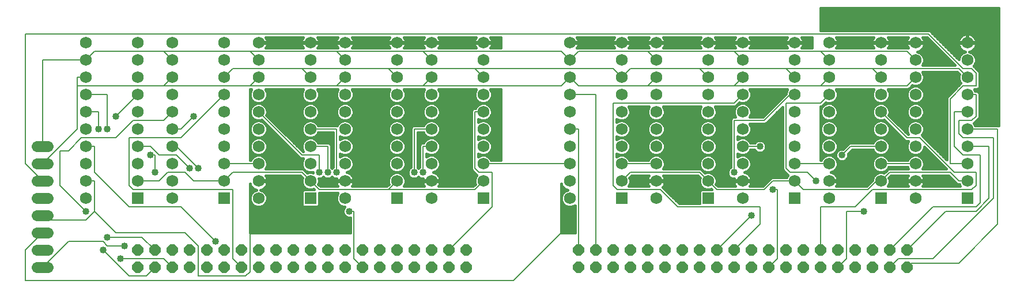
<source format=gbl>
G75*
G70*
%OFA0B0*%
%FSLAX24Y24*%
%IPPOS*%
%LPD*%
%AMOC8*
5,1,8,0,0,1.08239X$1,22.5*
%
%ADD10R,0.0680X0.0680*%
%ADD11C,0.0680*%
%ADD12OC8,0.0640*%
%ADD13C,0.0634*%
%ADD14C,0.0080*%
%ADD15C,0.0400*%
%ADD16C,0.0160*%
D10*
X008101Y005802D03*
X013101Y005802D03*
X018101Y005802D03*
X023101Y005802D03*
X028101Y005802D03*
X036101Y005802D03*
X041101Y005802D03*
X046101Y005802D03*
X051101Y005802D03*
X056101Y005802D03*
D11*
X053101Y005802D03*
X053101Y006802D03*
X051101Y006802D03*
X048101Y006802D03*
X046101Y006802D03*
X046101Y007802D03*
X048101Y007802D03*
X048101Y008802D03*
X046101Y008802D03*
X046101Y009802D03*
X048101Y009802D03*
X051101Y009802D03*
X053101Y009802D03*
X056101Y009802D03*
X056101Y008802D03*
X056101Y007802D03*
X053101Y007802D03*
X051101Y007802D03*
X051101Y008802D03*
X053101Y008802D03*
X056101Y006802D03*
X048101Y005802D03*
X043101Y005802D03*
X043101Y006802D03*
X041101Y006802D03*
X038101Y006802D03*
X036101Y006802D03*
X033101Y006802D03*
X033101Y005802D03*
X028101Y006802D03*
X025101Y006802D03*
X023101Y006802D03*
X020101Y006802D03*
X018101Y006802D03*
X018101Y007802D03*
X020101Y007802D03*
X020101Y008802D03*
X018101Y008802D03*
X018101Y009802D03*
X020101Y009802D03*
X023101Y009802D03*
X025101Y009802D03*
X028101Y009802D03*
X028101Y008802D03*
X028101Y007802D03*
X025101Y007802D03*
X023101Y007802D03*
X023101Y008802D03*
X025101Y008802D03*
X025101Y010802D03*
X023101Y010802D03*
X020101Y010802D03*
X018101Y010802D03*
X018101Y011802D03*
X020101Y011802D03*
X023101Y011802D03*
X025101Y011802D03*
X028101Y011802D03*
X028101Y010802D03*
X033101Y010802D03*
X036101Y010802D03*
X038101Y010802D03*
X041101Y010802D03*
X043101Y010802D03*
X043101Y009802D03*
X041101Y009802D03*
X038101Y009802D03*
X036101Y009802D03*
X033101Y009802D03*
X033101Y008802D03*
X033101Y007802D03*
X036101Y007802D03*
X038101Y007802D03*
X038101Y008802D03*
X036101Y008802D03*
X041101Y008802D03*
X043101Y008802D03*
X043101Y007802D03*
X041101Y007802D03*
X038101Y005802D03*
X025101Y005802D03*
X020101Y005802D03*
X015101Y005802D03*
X015101Y006802D03*
X013101Y006802D03*
X010101Y006802D03*
X008101Y006802D03*
X005101Y006802D03*
X005101Y005802D03*
X010101Y005802D03*
X010101Y007802D03*
X008101Y007802D03*
X008101Y008802D03*
X010101Y008802D03*
X013101Y008802D03*
X015101Y008802D03*
X015101Y007802D03*
X013101Y007802D03*
X013101Y009802D03*
X015101Y009802D03*
X015101Y010802D03*
X013101Y010802D03*
X010101Y010802D03*
X008101Y010802D03*
X005101Y010802D03*
X005101Y009802D03*
X008101Y009802D03*
X010101Y009802D03*
X005101Y008802D03*
X005101Y007802D03*
X005101Y011802D03*
X008101Y011802D03*
X010101Y011802D03*
X013101Y011802D03*
X015101Y011802D03*
X015101Y012802D03*
X013101Y012802D03*
X013101Y013802D03*
X015101Y013802D03*
X015101Y014802D03*
X013101Y014802D03*
X010101Y014802D03*
X008101Y014802D03*
X005101Y014802D03*
X005101Y013802D03*
X005101Y012802D03*
X008101Y012802D03*
X010101Y012802D03*
X010101Y013802D03*
X008101Y013802D03*
X018101Y013802D03*
X020101Y013802D03*
X020101Y012802D03*
X018101Y012802D03*
X023101Y012802D03*
X025101Y012802D03*
X025101Y013802D03*
X023101Y013802D03*
X023101Y014802D03*
X025101Y014802D03*
X028101Y014802D03*
X028101Y013802D03*
X028101Y012802D03*
X033101Y012802D03*
X033101Y013802D03*
X036101Y013802D03*
X038101Y013802D03*
X038101Y012802D03*
X036101Y012802D03*
X036101Y011802D03*
X038101Y011802D03*
X041101Y011802D03*
X043101Y011802D03*
X043101Y012802D03*
X041101Y012802D03*
X041101Y013802D03*
X043101Y013802D03*
X043101Y014802D03*
X041101Y014802D03*
X038101Y014802D03*
X036101Y014802D03*
X033101Y014802D03*
X033101Y011802D03*
X020101Y014802D03*
X018101Y014802D03*
X046101Y014802D03*
X048101Y014802D03*
X051101Y014802D03*
X053101Y014802D03*
X056101Y014802D03*
X056101Y013802D03*
X056101Y012802D03*
X053101Y012802D03*
X051101Y012802D03*
X051101Y013802D03*
X053101Y013802D03*
X048101Y013802D03*
X046101Y013802D03*
X046101Y012802D03*
X048101Y012802D03*
X048101Y011802D03*
X046101Y011802D03*
X046101Y010802D03*
X048101Y010802D03*
X051101Y010802D03*
X053101Y010802D03*
X056101Y010802D03*
X056101Y011802D03*
X053101Y011802D03*
X051101Y011802D03*
D12*
X050601Y002802D03*
X049601Y002802D03*
X048601Y002802D03*
X047601Y002802D03*
X046601Y002802D03*
X045601Y002802D03*
X044601Y002802D03*
X043601Y002802D03*
X042601Y002802D03*
X041601Y002802D03*
X040601Y002802D03*
X039601Y002802D03*
X038601Y002802D03*
X037601Y002802D03*
X036601Y002802D03*
X035601Y002802D03*
X034601Y002802D03*
X033601Y002802D03*
X033601Y001802D03*
X034601Y001802D03*
X035601Y001802D03*
X036601Y001802D03*
X037601Y001802D03*
X038601Y001802D03*
X039601Y001802D03*
X040601Y001802D03*
X041601Y001802D03*
X042601Y001802D03*
X043601Y001802D03*
X044601Y001802D03*
X045601Y001802D03*
X046601Y001802D03*
X047601Y001802D03*
X048601Y001802D03*
X049601Y001802D03*
X050601Y001802D03*
X051601Y001802D03*
X052601Y001802D03*
X052601Y002802D03*
X051601Y002802D03*
X027101Y002802D03*
X026101Y002802D03*
X025101Y002802D03*
X024101Y002802D03*
X023101Y002802D03*
X022101Y002802D03*
X021101Y002802D03*
X020101Y002802D03*
X019101Y002802D03*
X018101Y002802D03*
X017101Y002802D03*
X016101Y002802D03*
X015101Y002802D03*
X014101Y002802D03*
X013101Y002802D03*
X012101Y002802D03*
X011101Y002802D03*
X010101Y002802D03*
X009101Y002802D03*
X008101Y002802D03*
X008101Y001802D03*
X009101Y001802D03*
X010101Y001802D03*
X011101Y001802D03*
X012101Y001802D03*
X013101Y001802D03*
X014101Y001802D03*
X015101Y001802D03*
X016101Y001802D03*
X017101Y001802D03*
X018101Y001802D03*
X019101Y001802D03*
X020101Y001802D03*
X021101Y001802D03*
X022101Y001802D03*
X023101Y001802D03*
X024101Y001802D03*
X025101Y001802D03*
X026101Y001802D03*
X027101Y001802D03*
D13*
X002918Y001802D02*
X002284Y001802D01*
X002284Y002802D02*
X002918Y002802D01*
X002918Y003802D02*
X002284Y003802D01*
X002284Y004802D02*
X002918Y004802D01*
X002918Y005802D02*
X002284Y005802D01*
X002284Y006802D02*
X002918Y006802D01*
X002918Y007802D02*
X002284Y007802D01*
X002284Y008802D02*
X002918Y008802D01*
D14*
X001601Y001052D02*
X029851Y001052D01*
X032601Y003802D01*
X033601Y002802D02*
X033601Y009802D01*
X033101Y009802D01*
X028101Y010802D02*
X027601Y010802D01*
X027601Y007552D01*
X027851Y007302D01*
X028601Y007302D01*
X028601Y005302D01*
X026101Y002802D01*
X021101Y001802D02*
X020601Y002302D01*
X020601Y005052D01*
X020351Y005052D01*
X018601Y006302D02*
X018101Y006802D01*
X017601Y007302D01*
X013601Y007302D01*
X013101Y006802D01*
X011351Y006802D01*
X010851Y007302D01*
X009851Y007302D01*
X009351Y006802D01*
X008101Y006802D01*
X007601Y006552D02*
X007851Y006302D01*
X013601Y006302D01*
X013601Y002302D01*
X014101Y001802D01*
X014351Y001302D02*
X014601Y001552D01*
X014601Y003802D01*
X012601Y003302D02*
X010601Y005302D01*
X007601Y005302D01*
X005601Y007302D01*
X005601Y008802D01*
X005101Y008802D01*
X004851Y009302D02*
X004101Y008552D01*
X003601Y008552D01*
X003601Y006552D01*
X005101Y005052D01*
X005101Y004552D02*
X005601Y005052D01*
X006851Y003802D01*
X010851Y003802D01*
X011601Y003052D01*
X011601Y001302D01*
X014351Y001302D01*
X010101Y001802D02*
X009601Y002302D01*
X007101Y002302D01*
X006101Y002802D02*
X007601Y001302D01*
X008601Y001302D01*
X009101Y001802D01*
X009101Y002802D02*
X008351Y003552D01*
X006351Y003552D01*
X006101Y003302D02*
X006351Y003052D01*
X007351Y003052D01*
X006101Y003302D02*
X004101Y003302D01*
X002601Y001802D01*
X001601Y001052D02*
X001601Y002802D01*
X002601Y003802D01*
X002851Y004552D02*
X005101Y004552D01*
X005601Y005052D02*
X005601Y006802D01*
X005101Y006802D01*
X002601Y006802D02*
X001601Y007802D01*
X001601Y015302D01*
X053851Y015302D01*
X055851Y013302D01*
X056351Y013302D01*
X056601Y013052D01*
X056601Y012302D01*
X055851Y012302D01*
X055101Y011552D01*
X055101Y007802D01*
X056101Y007802D01*
X055851Y008302D02*
X055351Y008802D01*
X055351Y010802D01*
X056101Y010802D01*
X056351Y010302D02*
X056601Y010552D01*
X056601Y011802D01*
X056101Y011802D01*
X056101Y012802D02*
X055601Y013302D01*
X050601Y013302D01*
X045601Y013302D01*
X040601Y013302D01*
X041101Y012802D01*
X040601Y013302D02*
X036601Y013302D01*
X036101Y012802D01*
X035601Y013302D01*
X027601Y013302D01*
X022601Y013302D01*
X017601Y013302D01*
X018101Y012802D01*
X017601Y013302D02*
X013601Y013302D01*
X013101Y012802D01*
X014601Y012302D02*
X019601Y012302D01*
X024601Y012302D01*
X032601Y012302D01*
X033101Y012802D01*
X033601Y012302D01*
X037601Y012302D01*
X042601Y012302D01*
X047601Y012302D01*
X052601Y012302D01*
X053101Y012802D01*
X051101Y012802D02*
X050601Y013302D01*
X048101Y012802D02*
X047601Y012302D01*
X048101Y011802D02*
X047601Y011302D01*
X045601Y011302D01*
X045601Y007552D01*
X045851Y007302D01*
X046851Y007302D01*
X047351Y006802D01*
X046601Y006302D02*
X046101Y006802D01*
X044851Y006802D01*
X044351Y006302D01*
X041601Y006302D01*
X041101Y006802D01*
X040601Y007302D01*
X036601Y007302D01*
X036101Y006802D01*
X035601Y006552D02*
X035851Y006302D01*
X038351Y006302D01*
X039351Y005302D01*
X044101Y005302D01*
X044101Y004302D01*
X042601Y002802D01*
X041601Y002802D02*
X043601Y004802D01*
X047601Y005302D02*
X049601Y005302D01*
X050601Y006302D01*
X056351Y006302D01*
X056601Y006552D01*
X056601Y007302D01*
X055351Y007302D01*
X053351Y009302D01*
X052601Y009302D01*
X051101Y010802D01*
X055601Y010302D02*
X055601Y009552D01*
X055851Y009302D01*
X057601Y009302D01*
X057601Y005802D01*
X054101Y002302D01*
X052101Y002302D01*
X051601Y001802D01*
X052601Y001802D02*
X052851Y002052D01*
X055601Y002052D01*
X057851Y004302D01*
X057851Y009802D01*
X056101Y009802D01*
X056351Y010302D02*
X055601Y010302D01*
X056101Y008802D02*
X057351Y008802D01*
X057351Y005802D01*
X056601Y005052D01*
X054851Y005052D01*
X052601Y002802D01*
X051601Y002802D02*
X054101Y005302D01*
X056601Y005302D01*
X056851Y005552D01*
X056851Y008302D01*
X055851Y008302D01*
X053101Y007802D02*
X051101Y007802D01*
X051601Y007302D02*
X055101Y007302D01*
X055601Y006802D01*
X056101Y006802D01*
X051601Y007302D02*
X051101Y006802D01*
X050851Y006802D01*
X050351Y006302D01*
X046601Y006302D01*
X045101Y006302D02*
X044851Y006302D01*
X045101Y006302D02*
X045101Y002302D01*
X044601Y001802D01*
X047601Y002802D02*
X047601Y005302D01*
X049101Y005052D02*
X050101Y005052D01*
X049101Y005052D02*
X049101Y002302D01*
X048601Y001802D01*
X034601Y002802D02*
X034601Y011802D01*
X033101Y011802D01*
X035601Y011302D02*
X042601Y011302D01*
X043101Y011802D01*
X042601Y012302D02*
X043101Y012802D01*
X043101Y013802D02*
X042601Y014302D01*
X047601Y014302D01*
X052601Y014302D01*
X053101Y013802D01*
X048101Y013802D02*
X047601Y014302D01*
X046101Y012802D02*
X045601Y013302D01*
X042601Y014302D02*
X037601Y014302D01*
X038101Y013802D01*
X037601Y014302D02*
X033601Y014302D01*
X033101Y013802D01*
X032601Y014302D01*
X024601Y014302D01*
X019601Y014302D01*
X014601Y014302D01*
X009601Y014302D01*
X005601Y014302D01*
X005101Y013802D01*
X002601Y013802D01*
X002601Y008802D01*
X004851Y009302D02*
X006851Y009302D01*
X007851Y010302D01*
X009601Y010302D01*
X010101Y010802D01*
X010601Y009802D02*
X011351Y010552D01*
X010601Y009802D02*
X010101Y009802D01*
X010601Y009302D02*
X013101Y011802D01*
X014601Y012302D02*
X009601Y012302D01*
X004601Y012302D01*
X004601Y009802D01*
X002601Y007802D01*
X007601Y006552D02*
X007601Y009302D01*
X010601Y009302D01*
X010351Y008802D02*
X010101Y008802D01*
X010351Y008802D02*
X011601Y007552D01*
X011101Y007552D02*
X010351Y008302D01*
X009351Y008302D01*
X008851Y008802D01*
X008101Y008802D01*
X008851Y008302D02*
X009101Y008302D01*
X009101Y007302D01*
X013101Y007802D02*
X015101Y007802D01*
X017601Y008302D02*
X015101Y010802D01*
X018101Y009802D02*
X019601Y009802D01*
X019601Y007302D01*
X019101Y007302D02*
X019101Y008802D01*
X018101Y008802D01*
X018601Y008302D02*
X017601Y008302D01*
X018601Y008302D02*
X018601Y007302D01*
X018601Y006302D02*
X022601Y006302D01*
X027601Y006302D01*
X028101Y006802D01*
X028101Y007802D02*
X033101Y007802D01*
X036101Y007802D02*
X038101Y007802D01*
X035601Y006552D02*
X035601Y011302D01*
X037601Y012302D02*
X038101Y012802D01*
X044351Y010302D02*
X045851Y011802D01*
X046101Y011802D01*
X044351Y010302D02*
X042601Y010302D01*
X042601Y007302D01*
X046101Y007802D02*
X048101Y007802D01*
X048851Y008302D02*
X049351Y008802D01*
X051101Y008802D01*
X044101Y008802D02*
X043101Y008802D01*
X028101Y012802D02*
X027601Y013302D01*
X025101Y012802D02*
X024601Y012302D01*
X023101Y012802D02*
X022601Y013302D01*
X020101Y012802D02*
X019601Y012302D01*
X020101Y013802D02*
X019601Y014302D01*
X015101Y013802D02*
X014601Y014302D01*
X015101Y012802D02*
X014601Y012302D01*
X010101Y012802D02*
X009601Y012302D01*
X008101Y011802D02*
X006851Y010552D01*
X005851Y010802D02*
X005101Y010802D01*
X005851Y010802D02*
X005851Y009802D01*
X006351Y009802D02*
X006351Y011802D01*
X005101Y011802D01*
X004601Y012302D02*
X004601Y012802D01*
X005101Y012802D01*
X009601Y014302D02*
X010101Y013802D01*
X024101Y009802D02*
X025101Y009802D01*
X024101Y009802D02*
X024101Y007302D01*
X024601Y007302D02*
X024601Y008802D01*
X025101Y008802D01*
X023101Y006802D02*
X022601Y006302D01*
X002851Y004552D02*
X002601Y004802D01*
X024601Y014302D02*
X025101Y013802D01*
D15*
X011351Y010552D03*
X006851Y010552D03*
X006351Y009802D03*
X005851Y009802D03*
X008851Y008302D03*
X011101Y007552D03*
X011601Y007552D03*
X009101Y007302D03*
X005101Y005052D03*
X006351Y003552D03*
X007351Y003052D03*
X006101Y002802D03*
X007101Y002302D03*
X012601Y003302D03*
X020351Y005052D03*
X019601Y007302D03*
X019101Y007302D03*
X018601Y007302D03*
X024101Y007302D03*
X024601Y007302D03*
X042601Y007302D03*
X044851Y006302D03*
X047351Y006802D03*
X048851Y008302D03*
X044101Y008802D03*
X050101Y005052D03*
X043601Y004802D03*
D16*
X040601Y005502D02*
X039434Y005502D01*
X038551Y006385D01*
X038485Y006451D01*
X038497Y006464D01*
X038546Y006530D01*
X038583Y006603D01*
X038608Y006681D01*
X038621Y006761D01*
X038621Y006772D01*
X038131Y006772D01*
X038131Y006832D01*
X038621Y006832D01*
X038621Y006843D01*
X038608Y006924D01*
X038583Y007002D01*
X038546Y007075D01*
X038526Y007102D01*
X040518Y007102D01*
X040635Y006985D01*
X040601Y006902D01*
X040601Y006703D01*
X040677Y006519D01*
X040818Y006378D01*
X041001Y006302D01*
X041200Y006302D01*
X041283Y006337D01*
X041318Y006302D01*
X040694Y006302D01*
X040601Y006209D01*
X040601Y005502D01*
X039434Y005502D01*
X038551Y006385D01*
X038485Y006451D01*
X038497Y006464D01*
X038546Y006530D01*
X038583Y006603D01*
X038608Y006681D01*
X038621Y006761D01*
X038621Y006772D01*
X038131Y006772D01*
X038131Y006832D01*
X038621Y006832D01*
X038621Y006843D01*
X038608Y006924D01*
X038583Y007002D01*
X038546Y007075D01*
X038526Y007102D01*
X040518Y007102D01*
X040635Y006985D01*
X040601Y006902D01*
X040601Y006703D01*
X040677Y006519D01*
X040818Y006378D01*
X041001Y006302D01*
X041200Y006302D01*
X041283Y006337D01*
X041318Y006302D01*
X040694Y006302D01*
X040601Y006209D01*
X040601Y005502D01*
X040601Y005534D02*
X039402Y005534D01*
X040601Y005534D01*
X040601Y005693D02*
X039243Y005693D01*
X040601Y005693D01*
X040601Y005851D02*
X039085Y005851D01*
X040601Y005851D01*
X040601Y006010D02*
X038926Y006010D01*
X040601Y006010D01*
X040601Y006168D02*
X038767Y006168D01*
X040601Y006168D01*
X040942Y006327D02*
X038609Y006327D01*
X040942Y006327D01*
X040710Y006486D02*
X038513Y006486D01*
X040710Y006486D01*
X040625Y006644D02*
X038596Y006644D01*
X040625Y006644D01*
X040601Y006803D02*
X038131Y006803D01*
X040601Y006803D01*
X040625Y006961D02*
X038596Y006961D01*
X040625Y006961D01*
X040918Y007268D02*
X040684Y007502D01*
X040518Y007502D01*
X038508Y007502D01*
X038525Y007519D01*
X038601Y007703D01*
X038601Y007902D01*
X038525Y008086D01*
X038384Y008226D01*
X038200Y008302D01*
X038384Y008378D01*
X038525Y008519D01*
X038601Y008703D01*
X038601Y008902D01*
X038525Y009086D01*
X038384Y009226D01*
X038200Y009302D01*
X038001Y009302D01*
X037818Y009226D01*
X037677Y009086D01*
X037601Y008902D01*
X037601Y008703D01*
X037677Y008519D01*
X037818Y008378D01*
X038001Y008302D01*
X037818Y008226D01*
X037677Y008086D01*
X037642Y008002D01*
X036559Y008002D01*
X036525Y008086D01*
X036384Y008226D01*
X036200Y008302D01*
X036384Y008378D01*
X036525Y008519D01*
X036601Y008703D01*
X036601Y008902D01*
X036525Y009086D01*
X036384Y009226D01*
X036200Y009302D01*
X036384Y009378D01*
X036525Y009519D01*
X036601Y009703D01*
X036601Y009902D01*
X036525Y010086D01*
X036384Y010226D01*
X036200Y010302D01*
X036384Y010378D01*
X036525Y010519D01*
X036601Y010703D01*
X036601Y010902D01*
X036525Y011086D01*
X036508Y011102D01*
X037694Y011102D01*
X037677Y011086D01*
X037601Y010902D01*
X037601Y010703D01*
X037677Y010519D01*
X037818Y010378D01*
X038001Y010302D01*
X037818Y010226D01*
X037677Y010086D01*
X037601Y009902D01*
X037601Y009703D01*
X037677Y009519D01*
X037818Y009378D01*
X038001Y009302D01*
X037818Y009226D01*
X037677Y009086D01*
X037601Y008902D01*
X037601Y008703D01*
X037677Y008519D01*
X037818Y008378D01*
X038001Y008302D01*
X038200Y008302D01*
X038001Y008302D01*
X037818Y008226D01*
X037677Y008086D01*
X037642Y008002D01*
X036559Y008002D01*
X036525Y008086D01*
X036384Y008226D01*
X036200Y008302D01*
X036001Y008302D01*
X035818Y008226D01*
X035801Y008209D01*
X035801Y008395D01*
X035818Y008378D01*
X036001Y008302D01*
X036200Y008302D01*
X036384Y008378D01*
X036525Y008519D01*
X036601Y008703D01*
X036601Y008902D01*
X036525Y009086D01*
X036384Y009226D01*
X036200Y009302D01*
X036001Y009302D01*
X035818Y009226D01*
X035801Y009209D01*
X035801Y009395D01*
X035818Y009378D01*
X036001Y009302D01*
X036200Y009302D01*
X036384Y009378D01*
X036525Y009519D01*
X036601Y009703D01*
X036601Y009902D01*
X036525Y010086D01*
X036384Y010226D01*
X036200Y010302D01*
X036001Y010302D01*
X035818Y010226D01*
X035801Y010209D01*
X035801Y010395D01*
X035818Y010378D01*
X036001Y010302D01*
X036200Y010302D01*
X036384Y010378D01*
X036525Y010519D01*
X036601Y010703D01*
X036601Y010902D01*
X036525Y011086D01*
X036508Y011102D01*
X037694Y011102D01*
X037677Y011086D01*
X037601Y010902D01*
X037601Y010703D01*
X037677Y010519D01*
X037818Y010378D01*
X038001Y010302D01*
X038200Y010302D01*
X038384Y010226D01*
X038525Y010086D01*
X038601Y009902D01*
X038601Y009703D01*
X038525Y009519D01*
X038384Y009378D01*
X038200Y009302D01*
X038001Y009302D01*
X038200Y009302D01*
X038384Y009226D01*
X038525Y009086D01*
X038601Y008902D01*
X038601Y008703D01*
X038525Y008519D01*
X038384Y008378D01*
X038200Y008302D01*
X038001Y008302D01*
X038200Y008302D01*
X038384Y008226D01*
X038525Y008086D01*
X038601Y007902D01*
X038601Y007703D01*
X038525Y007519D01*
X038508Y007502D01*
X040518Y007502D01*
X040684Y007502D01*
X040918Y007268D01*
X041001Y007302D01*
X041200Y007302D01*
X041384Y007378D01*
X041525Y007519D01*
X041601Y007703D01*
X041601Y007902D01*
X041525Y008086D01*
X041384Y008226D01*
X041200Y008302D01*
X041001Y008302D01*
X040818Y008226D01*
X040677Y008086D01*
X040601Y007902D01*
X040601Y007703D01*
X040677Y007519D01*
X040818Y007378D01*
X041001Y007302D01*
X040918Y007268D01*
X040908Y007278D02*
X040943Y007278D01*
X040908Y007278D01*
X041001Y007302D02*
X041200Y007302D01*
X041384Y007226D01*
X041525Y007086D01*
X041601Y006902D01*
X041601Y006703D01*
X041566Y006620D01*
X041684Y006502D01*
X042676Y006502D01*
X042656Y006530D01*
X042619Y006603D01*
X042594Y006681D01*
X042581Y006761D01*
X042581Y006772D01*
X043071Y006772D01*
X043071Y006832D01*
X042581Y006832D01*
X042581Y006843D01*
X042594Y006924D01*
X042600Y006942D01*
X042529Y006942D01*
X042397Y006997D01*
X042296Y007098D01*
X042241Y007231D01*
X042241Y007374D01*
X042296Y007506D01*
X042397Y007608D01*
X042401Y007609D01*
X042401Y010219D01*
X042401Y010385D01*
X042518Y010502D01*
X042694Y010502D01*
X042677Y010519D01*
X042601Y010703D01*
X042601Y010902D01*
X042677Y011086D01*
X042818Y011226D01*
X043001Y011302D01*
X043200Y011302D01*
X043384Y011378D01*
X043525Y011519D01*
X043601Y011703D01*
X043601Y011902D01*
X043525Y012086D01*
X043508Y012102D01*
X045694Y012102D01*
X045677Y012086D01*
X045601Y011902D01*
X045601Y011835D01*
X044268Y010502D01*
X043508Y010502D01*
X043525Y010519D01*
X043601Y010703D01*
X043601Y010902D01*
X043525Y011086D01*
X043384Y011226D01*
X043200Y011302D01*
X043001Y011302D01*
X042818Y011226D01*
X042677Y011086D01*
X042601Y010902D01*
X042601Y010703D01*
X042677Y010519D01*
X042694Y010502D01*
X042518Y010502D01*
X042401Y010385D01*
X042401Y010219D01*
X042401Y007609D01*
X042397Y007608D01*
X042296Y007506D01*
X042241Y007374D01*
X042241Y007231D01*
X042296Y007098D01*
X042397Y006997D01*
X042529Y006942D01*
X042600Y006942D01*
X042594Y006924D01*
X042581Y006843D01*
X042581Y006832D01*
X043071Y006832D01*
X043071Y006772D01*
X042581Y006772D01*
X042581Y006761D01*
X042594Y006681D01*
X042619Y006603D01*
X042656Y006530D01*
X042676Y006502D01*
X041684Y006502D01*
X041566Y006620D01*
X041601Y006703D01*
X041601Y006902D01*
X041525Y007086D01*
X041384Y007226D01*
X041200Y007302D01*
X041384Y007378D01*
X041525Y007519D01*
X041601Y007703D01*
X041601Y007902D01*
X041525Y008086D01*
X041384Y008226D01*
X041200Y008302D01*
X041384Y008378D01*
X041525Y008519D01*
X041601Y008703D01*
X041601Y008902D01*
X041525Y009086D01*
X041384Y009226D01*
X041200Y009302D01*
X041001Y009302D01*
X040818Y009226D01*
X040677Y009086D01*
X040601Y008902D01*
X040601Y008703D01*
X040677Y008519D01*
X040818Y008378D01*
X041001Y008302D01*
X040818Y008226D01*
X040677Y008086D01*
X040601Y007902D01*
X040601Y007703D01*
X040677Y007519D01*
X040818Y007378D01*
X041001Y007302D01*
X041200Y007302D01*
X041001Y007302D01*
X041258Y007278D02*
X042241Y007278D01*
X041258Y007278D01*
X041442Y007437D02*
X042267Y007437D01*
X041442Y007437D01*
X041556Y007595D02*
X042385Y007595D01*
X041556Y007595D01*
X041601Y007754D02*
X042401Y007754D01*
X041601Y007754D01*
X041596Y007912D02*
X042401Y007912D01*
X041596Y007912D01*
X041531Y008071D02*
X042401Y008071D01*
X041531Y008071D01*
X041376Y008230D02*
X042401Y008230D01*
X041376Y008230D01*
X041384Y008378D02*
X041200Y008302D01*
X041001Y008302D01*
X041200Y008302D01*
X041001Y008302D01*
X040818Y008378D01*
X040677Y008519D01*
X040601Y008703D01*
X040601Y008902D01*
X040677Y009086D01*
X040818Y009226D01*
X041001Y009302D01*
X041200Y009302D01*
X041384Y009378D01*
X041525Y009519D01*
X041601Y009703D01*
X041601Y009902D01*
X041525Y010086D01*
X041384Y010226D01*
X041200Y010302D01*
X041001Y010302D01*
X040818Y010226D01*
X040677Y010086D01*
X040601Y009902D01*
X040601Y009703D01*
X040677Y009519D01*
X040818Y009378D01*
X041001Y009302D01*
X041200Y009302D01*
X041384Y009226D01*
X041525Y009086D01*
X041601Y008902D01*
X041601Y008703D01*
X041525Y008519D01*
X041384Y008378D01*
X041394Y008388D02*
X042401Y008388D01*
X041394Y008388D01*
X041536Y008547D02*
X042401Y008547D01*
X041536Y008547D01*
X041601Y008705D02*
X042401Y008705D01*
X041601Y008705D01*
X041601Y008864D02*
X042401Y008864D01*
X041601Y008864D01*
X041551Y009022D02*
X042401Y009022D01*
X041551Y009022D01*
X041429Y009181D02*
X042401Y009181D01*
X041429Y009181D01*
X041384Y009378D02*
X041525Y009519D01*
X041601Y009703D01*
X041601Y009902D01*
X041525Y010086D01*
X041384Y010226D01*
X041200Y010302D01*
X041384Y010378D01*
X041525Y010519D01*
X041601Y010703D01*
X041601Y010902D01*
X041525Y011086D01*
X041508Y011102D01*
X042518Y011102D01*
X042684Y011102D01*
X042918Y011337D01*
X043001Y011302D01*
X043200Y011302D01*
X043384Y011378D01*
X043525Y011519D01*
X043601Y011703D01*
X043601Y011902D01*
X043525Y012086D01*
X043508Y012102D01*
X045694Y012102D01*
X045677Y012086D01*
X045601Y011902D01*
X045601Y011835D01*
X044268Y010502D01*
X043508Y010502D01*
X043525Y010519D01*
X043601Y010703D01*
X043601Y010902D01*
X043525Y011086D01*
X043384Y011226D01*
X043200Y011302D01*
X043001Y011302D01*
X042918Y011337D01*
X042684Y011102D01*
X042518Y011102D01*
X041508Y011102D01*
X041525Y011086D01*
X041601Y010902D01*
X041601Y010703D01*
X041525Y010519D01*
X041384Y010378D01*
X041200Y010302D01*
X041001Y010302D01*
X040818Y010226D01*
X040677Y010086D01*
X040601Y009902D01*
X040601Y009703D01*
X040677Y009519D01*
X040818Y009378D01*
X041001Y009302D01*
X041200Y009302D01*
X041384Y009378D01*
X041289Y009339D02*
X042401Y009339D01*
X041289Y009339D01*
X041503Y009498D02*
X042401Y009498D01*
X041503Y009498D01*
X041581Y009656D02*
X042401Y009656D01*
X041581Y009656D01*
X041601Y009815D02*
X042401Y009815D01*
X041601Y009815D01*
X041571Y009974D02*
X042401Y009974D01*
X041571Y009974D01*
X041478Y010132D02*
X042401Y010132D01*
X041478Y010132D01*
X041229Y010291D02*
X042401Y010291D01*
X041229Y010291D01*
X041200Y010302D02*
X041001Y010302D01*
X040818Y010378D01*
X040677Y010519D01*
X040601Y010703D01*
X040601Y010902D01*
X040677Y011086D01*
X040694Y011102D01*
X038508Y011102D01*
X038525Y011086D01*
X038601Y010902D01*
X038601Y010703D01*
X038525Y010519D01*
X038384Y010378D01*
X038200Y010302D01*
X038001Y010302D01*
X037818Y010226D01*
X037677Y010086D01*
X037601Y009902D01*
X037601Y009703D01*
X037677Y009519D01*
X037818Y009378D01*
X038001Y009302D01*
X038200Y009302D01*
X038384Y009378D01*
X038525Y009519D01*
X038601Y009703D01*
X038601Y009902D01*
X038525Y010086D01*
X038384Y010226D01*
X038200Y010302D01*
X038001Y010302D01*
X038200Y010302D01*
X038384Y010378D01*
X038525Y010519D01*
X038601Y010703D01*
X038601Y010902D01*
X038525Y011086D01*
X038508Y011102D01*
X040694Y011102D01*
X040677Y011086D01*
X040601Y010902D01*
X040601Y010703D01*
X040677Y010519D01*
X040818Y010378D01*
X041001Y010302D01*
X041200Y010302D01*
X040973Y010291D02*
X038229Y010291D01*
X040973Y010291D01*
X040747Y010449D02*
X038455Y010449D01*
X040747Y010449D01*
X040640Y010608D02*
X038561Y010608D01*
X040640Y010608D01*
X040601Y010766D02*
X038601Y010766D01*
X040601Y010766D01*
X040610Y010925D02*
X038591Y010925D01*
X040610Y010925D01*
X040676Y011083D02*
X038526Y011083D01*
X040676Y011083D01*
X041526Y011083D02*
X042676Y011083D01*
X041526Y011083D01*
X041591Y010925D02*
X042610Y010925D01*
X041591Y010925D01*
X041601Y010766D02*
X042601Y010766D01*
X041601Y010766D01*
X041561Y010608D02*
X042640Y010608D01*
X041561Y010608D01*
X041455Y010449D02*
X042465Y010449D01*
X041455Y010449D01*
X040723Y010132D02*
X038478Y010132D01*
X040723Y010132D01*
X040631Y009974D02*
X038571Y009974D01*
X040631Y009974D01*
X040601Y009815D02*
X038601Y009815D01*
X040601Y009815D01*
X040620Y009656D02*
X038581Y009656D01*
X040620Y009656D01*
X040698Y009498D02*
X038503Y009498D01*
X040698Y009498D01*
X040912Y009339D02*
X038289Y009339D01*
X040912Y009339D01*
X040772Y009181D02*
X038429Y009181D01*
X040772Y009181D01*
X040651Y009022D02*
X038551Y009022D01*
X040651Y009022D01*
X040601Y008864D02*
X038601Y008864D01*
X040601Y008864D01*
X040601Y008705D02*
X038601Y008705D01*
X040601Y008705D01*
X040665Y008547D02*
X038536Y008547D01*
X040665Y008547D01*
X040808Y008388D02*
X038394Y008388D01*
X040808Y008388D01*
X040826Y008230D02*
X038376Y008230D01*
X040826Y008230D01*
X040671Y008071D02*
X038531Y008071D01*
X040671Y008071D01*
X040605Y007912D02*
X038596Y007912D01*
X040605Y007912D01*
X040601Y007754D02*
X038601Y007754D01*
X040601Y007754D01*
X040645Y007595D02*
X038556Y007595D01*
X040645Y007595D01*
X040749Y007437D02*
X040759Y007437D01*
X040749Y007437D01*
X041490Y007120D02*
X042287Y007120D01*
X041490Y007120D01*
X041576Y006961D02*
X042484Y006961D01*
X041576Y006961D01*
X041601Y006803D02*
X043071Y006803D01*
X041601Y006803D01*
X041576Y006644D02*
X042605Y006644D01*
X041576Y006644D01*
X041293Y006327D02*
X041260Y006327D01*
X041293Y006327D01*
X043131Y006772D02*
X043131Y006832D01*
X043621Y006832D01*
X043621Y006843D01*
X043608Y006924D01*
X043583Y007002D01*
X043546Y007075D01*
X043497Y007141D01*
X043440Y007199D01*
X043373Y007247D01*
X043300Y007284D01*
X043223Y007310D01*
X043219Y007310D01*
X043384Y007378D01*
X043525Y007519D01*
X043601Y007703D01*
X043601Y007902D01*
X043525Y008086D01*
X043384Y008226D01*
X043200Y008302D01*
X043384Y008378D01*
X043525Y008519D01*
X043559Y008602D01*
X043794Y008602D01*
X043796Y008598D01*
X043897Y008497D01*
X044029Y008442D01*
X044172Y008442D01*
X044305Y008497D01*
X044406Y008598D01*
X044461Y008731D01*
X044461Y008874D01*
X044406Y009006D01*
X044305Y009108D01*
X044172Y009162D01*
X044029Y009162D01*
X043897Y009108D01*
X043796Y009006D01*
X043794Y009002D01*
X043559Y009002D01*
X043525Y009086D01*
X043384Y009226D01*
X043200Y009302D01*
X043384Y009378D01*
X043525Y009519D01*
X043601Y009703D01*
X043601Y009902D01*
X043525Y010086D01*
X043508Y010102D01*
X044268Y010102D01*
X044434Y010102D01*
X045401Y011070D01*
X045401Y007469D01*
X045518Y007352D01*
X045731Y007139D01*
X045677Y007086D01*
X045642Y007002D01*
X044768Y007002D01*
X044651Y006885D01*
X044268Y006502D01*
X043526Y006502D01*
X043546Y006530D01*
X043583Y006603D01*
X043608Y006681D01*
X043621Y006761D01*
X043621Y006772D01*
X043131Y006772D01*
X043131Y006832D01*
X043621Y006832D01*
X043621Y006843D01*
X043608Y006924D01*
X043583Y007002D01*
X043546Y007075D01*
X043497Y007141D01*
X043440Y007199D01*
X043373Y007247D01*
X043300Y007284D01*
X043223Y007310D01*
X043219Y007310D01*
X043384Y007378D01*
X043525Y007519D01*
X043601Y007703D01*
X043601Y007902D01*
X043525Y008086D01*
X043384Y008226D01*
X043200Y008302D01*
X043001Y008302D01*
X042818Y008226D01*
X042801Y008209D01*
X042801Y008395D01*
X042818Y008378D01*
X043001Y008302D01*
X043200Y008302D01*
X043384Y008378D01*
X043525Y008519D01*
X043559Y008602D01*
X043794Y008602D01*
X043796Y008598D01*
X043897Y008497D01*
X044029Y008442D01*
X044172Y008442D01*
X044305Y008497D01*
X044406Y008598D01*
X044461Y008731D01*
X044461Y008874D01*
X044406Y009006D01*
X044305Y009108D01*
X044172Y009162D01*
X044029Y009162D01*
X043897Y009108D01*
X043796Y009006D01*
X043794Y009002D01*
X043559Y009002D01*
X043525Y009086D01*
X043384Y009226D01*
X043200Y009302D01*
X043001Y009302D01*
X042818Y009226D01*
X042801Y009209D01*
X042801Y009395D01*
X042818Y009378D01*
X043001Y009302D01*
X043200Y009302D01*
X043384Y009378D01*
X043525Y009519D01*
X043601Y009703D01*
X043601Y009902D01*
X043525Y010086D01*
X043508Y010102D01*
X044268Y010102D01*
X044434Y010102D01*
X045401Y011070D01*
X045401Y007469D01*
X045518Y007352D01*
X045731Y007139D01*
X045677Y007086D01*
X045642Y007002D01*
X044768Y007002D01*
X044651Y006885D01*
X044651Y006885D01*
X044268Y006502D01*
X043526Y006502D01*
X043546Y006530D01*
X043583Y006603D01*
X043608Y006681D01*
X043621Y006761D01*
X043621Y006772D01*
X043131Y006772D01*
X043131Y006803D02*
X044568Y006803D01*
X043131Y006803D01*
X043596Y006961D02*
X044727Y006961D01*
X043596Y006961D01*
X043513Y007120D02*
X045711Y007120D01*
X043513Y007120D01*
X043312Y007278D02*
X045592Y007278D01*
X043312Y007278D01*
X043442Y007437D02*
X045433Y007437D01*
X043442Y007437D01*
X043556Y007595D02*
X045401Y007595D01*
X043556Y007595D01*
X043601Y007754D02*
X045401Y007754D01*
X043601Y007754D01*
X043596Y007912D02*
X045401Y007912D01*
X043596Y007912D01*
X043531Y008071D02*
X045401Y008071D01*
X043531Y008071D01*
X043376Y008230D02*
X045401Y008230D01*
X043376Y008230D01*
X043394Y008388D02*
X045401Y008388D01*
X043394Y008388D01*
X043200Y008302D02*
X043001Y008302D01*
X042818Y008226D01*
X042801Y008209D01*
X042801Y008395D01*
X042818Y008378D01*
X043001Y008302D01*
X043200Y008302D01*
X042826Y008230D02*
X042801Y008230D01*
X042826Y008230D01*
X042801Y008388D02*
X042808Y008388D01*
X042801Y008388D01*
X043536Y008547D02*
X043847Y008547D01*
X043536Y008547D01*
X044354Y008547D02*
X045401Y008547D01*
X044354Y008547D01*
X044450Y008705D02*
X045401Y008705D01*
X044450Y008705D01*
X044461Y008864D02*
X045401Y008864D01*
X044461Y008864D01*
X044390Y009022D02*
X045401Y009022D01*
X044390Y009022D01*
X043812Y009022D02*
X043551Y009022D01*
X043812Y009022D01*
X043429Y009181D02*
X045401Y009181D01*
X043429Y009181D01*
X043289Y009339D02*
X045401Y009339D01*
X043289Y009339D01*
X043200Y009302D02*
X043001Y009302D01*
X042818Y009226D01*
X042801Y009209D01*
X042801Y009395D01*
X042818Y009378D01*
X043001Y009302D01*
X043200Y009302D01*
X042912Y009339D02*
X042801Y009339D01*
X042912Y009339D01*
X043503Y009498D02*
X045401Y009498D01*
X043503Y009498D01*
X043581Y009656D02*
X045401Y009656D01*
X043581Y009656D01*
X043601Y009815D02*
X045401Y009815D01*
X043601Y009815D01*
X043571Y009974D02*
X045401Y009974D01*
X043571Y009974D01*
X044463Y010132D02*
X045401Y010132D01*
X044463Y010132D01*
X044622Y010291D02*
X045401Y010291D01*
X044622Y010291D01*
X044780Y010449D02*
X045401Y010449D01*
X044780Y010449D01*
X044939Y010608D02*
X045401Y010608D01*
X044939Y010608D01*
X045097Y010766D02*
X045401Y010766D01*
X045097Y010766D01*
X045256Y010925D02*
X045401Y010925D01*
X045256Y010925D01*
X044849Y011083D02*
X043526Y011083D01*
X044849Y011083D01*
X044690Y010925D02*
X043591Y010925D01*
X044690Y010925D01*
X044532Y010766D02*
X043601Y010766D01*
X044532Y010766D01*
X044373Y010608D02*
X043561Y010608D01*
X044373Y010608D01*
X045007Y011242D02*
X043346Y011242D01*
X045007Y011242D01*
X045166Y011400D02*
X043406Y011400D01*
X045166Y011400D01*
X045325Y011559D02*
X043541Y011559D01*
X045325Y011559D01*
X045483Y011717D02*
X043601Y011717D01*
X045483Y011717D01*
X045601Y011876D02*
X043601Y011876D01*
X045601Y011876D01*
X045656Y012035D02*
X043546Y012035D01*
X045656Y012035D01*
X047684Y011102D02*
X047918Y011337D01*
X048001Y011302D01*
X047818Y011226D01*
X047677Y011086D01*
X047601Y010902D01*
X047601Y010703D01*
X047677Y010519D01*
X047818Y010378D01*
X048001Y010302D01*
X047818Y010226D01*
X047677Y010086D01*
X047601Y009902D01*
X047601Y009703D01*
X047677Y009519D01*
X047818Y009378D01*
X048001Y009302D01*
X047818Y009226D01*
X047677Y009086D01*
X047601Y008902D01*
X047601Y008703D01*
X047677Y008519D01*
X047818Y008378D01*
X048001Y008302D01*
X047818Y008226D01*
X047677Y008086D01*
X047642Y008002D01*
X047601Y008002D01*
X047601Y011102D01*
X047684Y011102D01*
X047918Y011337D01*
X048001Y011302D01*
X048200Y011302D01*
X048384Y011226D01*
X048525Y011086D01*
X048601Y010902D01*
X048601Y010703D01*
X048525Y010519D01*
X048384Y010378D01*
X048200Y010302D01*
X048001Y010302D01*
X047818Y010226D01*
X047677Y010086D01*
X047601Y009902D01*
X047601Y009703D01*
X047677Y009519D01*
X047818Y009378D01*
X048001Y009302D01*
X048200Y009302D01*
X048384Y009226D01*
X048525Y009086D01*
X048601Y008902D01*
X048601Y008703D01*
X048525Y008519D01*
X048384Y008378D01*
X048200Y008302D01*
X048001Y008302D01*
X048200Y008302D01*
X048384Y008226D01*
X048525Y008086D01*
X048601Y007902D01*
X048601Y007703D01*
X048525Y007519D01*
X048384Y007378D01*
X048219Y007310D01*
X048223Y007310D01*
X048300Y007284D01*
X048373Y007247D01*
X048440Y007199D01*
X048497Y007141D01*
X048546Y007075D01*
X048583Y007002D01*
X048608Y006924D01*
X048621Y006843D01*
X048621Y006832D01*
X048131Y006832D01*
X048131Y006772D01*
X048621Y006772D01*
X048621Y006761D01*
X048608Y006681D01*
X048583Y006603D01*
X048546Y006530D01*
X048526Y006502D01*
X050268Y006502D01*
X050601Y006835D01*
X050601Y006902D01*
X050677Y007086D01*
X050818Y007226D01*
X051001Y007302D01*
X051200Y007302D01*
X051283Y007268D01*
X051401Y007385D01*
X051518Y007502D01*
X052694Y007502D01*
X052677Y007519D01*
X052642Y007602D01*
X051559Y007602D01*
X051525Y007519D01*
X051384Y007378D01*
X051200Y007302D01*
X051001Y007302D01*
X050818Y007226D01*
X050677Y007086D01*
X050601Y006902D01*
X050601Y006835D01*
X050268Y006502D01*
X048526Y006502D01*
X048546Y006530D01*
X048583Y006603D01*
X048608Y006681D01*
X048621Y006761D01*
X048621Y006772D01*
X048131Y006772D01*
X048131Y006832D01*
X048621Y006832D01*
X048621Y006843D01*
X048608Y006924D01*
X048583Y007002D01*
X048546Y007075D01*
X048497Y007141D01*
X048440Y007199D01*
X048373Y007247D01*
X048300Y007284D01*
X048223Y007310D01*
X048219Y007310D01*
X048384Y007378D01*
X048525Y007519D01*
X048601Y007703D01*
X048601Y007902D01*
X048525Y008086D01*
X048384Y008226D01*
X048200Y008302D01*
X048384Y008378D01*
X048525Y008519D01*
X048601Y008703D01*
X048601Y008902D01*
X048525Y009086D01*
X048384Y009226D01*
X048200Y009302D01*
X048384Y009378D01*
X048525Y009519D01*
X048601Y009703D01*
X048601Y009902D01*
X048525Y010086D01*
X048384Y010226D01*
X048200Y010302D01*
X048001Y010302D01*
X048200Y010302D01*
X048384Y010226D01*
X048525Y010086D01*
X048601Y009902D01*
X048601Y009703D01*
X048525Y009519D01*
X048384Y009378D01*
X048200Y009302D01*
X048001Y009302D01*
X047818Y009226D01*
X047677Y009086D01*
X047601Y008902D01*
X047601Y008703D01*
X047677Y008519D01*
X047818Y008378D01*
X048001Y008302D01*
X047818Y008226D01*
X047677Y008086D01*
X047642Y008002D01*
X047601Y008002D01*
X047601Y011102D01*
X047684Y011102D01*
X047677Y011086D02*
X047601Y010902D01*
X047601Y010703D01*
X047677Y010519D01*
X047818Y010378D01*
X048001Y010302D01*
X048200Y010302D01*
X048384Y010378D01*
X048525Y010519D01*
X048601Y010703D01*
X048601Y010902D01*
X048525Y011086D01*
X048384Y011226D01*
X048200Y011302D01*
X048384Y011378D01*
X048525Y011519D01*
X048601Y011703D01*
X048601Y011902D01*
X048525Y012086D01*
X048508Y012102D01*
X050694Y012102D01*
X050677Y012086D01*
X050601Y011902D01*
X050601Y011703D01*
X050677Y011519D01*
X050818Y011378D01*
X051001Y011302D01*
X050818Y011226D01*
X050677Y011086D01*
X050601Y010902D01*
X050601Y010703D01*
X050677Y010519D01*
X050818Y010378D01*
X051001Y010302D01*
X050818Y010226D01*
X050677Y010086D01*
X050601Y009902D01*
X050601Y009703D01*
X050677Y009519D01*
X050818Y009378D01*
X051001Y009302D01*
X050818Y009226D01*
X050677Y009086D01*
X050642Y009002D01*
X049268Y009002D01*
X049151Y008885D01*
X048926Y008661D01*
X048922Y008662D01*
X048779Y008662D01*
X048647Y008608D01*
X048546Y008506D01*
X048491Y008374D01*
X048491Y008231D01*
X048546Y008098D01*
X048647Y007997D01*
X048779Y007942D01*
X048922Y007942D01*
X049055Y007997D01*
X049156Y008098D01*
X049211Y008231D01*
X049211Y008374D01*
X049209Y008378D01*
X049434Y008602D01*
X050642Y008602D01*
X050677Y008519D01*
X050818Y008378D01*
X051001Y008302D01*
X050818Y008226D01*
X050677Y008086D01*
X050601Y007902D01*
X050601Y007703D01*
X050677Y007519D01*
X050818Y007378D01*
X051001Y007302D01*
X051200Y007302D01*
X051283Y007268D01*
X051401Y007385D01*
X051518Y007502D01*
X052694Y007502D01*
X052677Y007519D01*
X052642Y007602D01*
X051559Y007602D01*
X051525Y007519D01*
X051384Y007378D01*
X051200Y007302D01*
X051001Y007302D01*
X050818Y007378D01*
X050677Y007519D01*
X050601Y007703D01*
X050601Y007902D01*
X050677Y008086D01*
X050818Y008226D01*
X051001Y008302D01*
X051200Y008302D01*
X051384Y008378D01*
X051525Y008519D01*
X051601Y008703D01*
X051601Y008902D01*
X051525Y009086D01*
X051384Y009226D01*
X051200Y009302D01*
X051384Y009378D01*
X051525Y009519D01*
X051601Y009703D01*
X051601Y009902D01*
X051525Y010086D01*
X051384Y010226D01*
X051200Y010302D01*
X051001Y010302D01*
X050818Y010226D01*
X050677Y010086D01*
X050601Y009902D01*
X050601Y009703D01*
X050677Y009519D01*
X050818Y009378D01*
X051001Y009302D01*
X051200Y009302D01*
X051001Y009302D01*
X050818Y009226D01*
X050677Y009086D01*
X050642Y009002D01*
X049268Y009002D01*
X049151Y008885D01*
X048926Y008661D01*
X048922Y008662D01*
X048779Y008662D01*
X048647Y008608D01*
X048546Y008506D01*
X048491Y008374D01*
X048491Y008231D01*
X048546Y008098D01*
X048647Y007997D01*
X048779Y007942D01*
X048922Y007942D01*
X049055Y007997D01*
X049156Y008098D01*
X049211Y008231D01*
X049211Y008374D01*
X049209Y008378D01*
X049434Y008602D01*
X050642Y008602D01*
X050677Y008519D01*
X050818Y008378D01*
X051001Y008302D01*
X051200Y008302D01*
X051001Y008302D01*
X051200Y008302D01*
X051384Y008226D01*
X051525Y008086D01*
X051559Y008002D01*
X052642Y008002D01*
X052677Y008086D01*
X052818Y008226D01*
X053001Y008302D01*
X053200Y008302D01*
X053384Y008226D01*
X053525Y008086D01*
X053601Y007902D01*
X053601Y007703D01*
X053525Y007519D01*
X053508Y007502D01*
X054868Y007502D01*
X053601Y008770D01*
X053601Y008703D01*
X053525Y008519D01*
X053384Y008378D01*
X053200Y008302D01*
X053001Y008302D01*
X052818Y008226D01*
X052677Y008086D01*
X052642Y008002D01*
X051559Y008002D01*
X051525Y008086D01*
X051384Y008226D01*
X051200Y008302D01*
X051384Y008378D01*
X051525Y008519D01*
X051601Y008703D01*
X051601Y008902D01*
X051525Y009086D01*
X051384Y009226D01*
X051200Y009302D01*
X051384Y009378D01*
X051525Y009519D01*
X051601Y009703D01*
X051601Y009902D01*
X051525Y010086D01*
X051384Y010226D01*
X051200Y010302D01*
X051283Y010337D01*
X052518Y009102D01*
X052684Y009102D01*
X052694Y009102D01*
X052677Y009086D01*
X052601Y008902D01*
X052601Y008703D01*
X052677Y008519D01*
X052818Y008378D01*
X053001Y008302D01*
X053200Y008302D01*
X053384Y008226D01*
X053525Y008086D01*
X053601Y007902D01*
X053601Y007703D01*
X053525Y007519D01*
X053508Y007502D01*
X054868Y007502D01*
X053601Y008770D01*
X053601Y008703D01*
X053525Y008519D01*
X053384Y008378D01*
X053200Y008302D01*
X053001Y008302D01*
X052818Y008378D01*
X052677Y008519D01*
X052601Y008703D01*
X052601Y008902D01*
X052677Y009086D01*
X052694Y009102D01*
X052684Y009102D01*
X052518Y009102D01*
X051283Y010337D01*
X051200Y010302D01*
X051001Y010302D01*
X051200Y010302D01*
X051001Y010302D01*
X050818Y010378D01*
X050677Y010519D01*
X050601Y010703D01*
X050601Y010902D01*
X050677Y011086D01*
X050818Y011226D01*
X051001Y011302D01*
X051200Y011302D01*
X051384Y011378D01*
X051525Y011519D01*
X051601Y011703D01*
X051601Y011902D01*
X051525Y012086D01*
X051508Y012102D01*
X052684Y012102D01*
X052801Y012219D01*
X052918Y012337D01*
X053001Y012302D01*
X052818Y012226D01*
X052677Y012086D01*
X052601Y011902D01*
X052601Y011703D01*
X052677Y011519D01*
X052818Y011378D01*
X053001Y011302D01*
X052818Y011226D01*
X052677Y011086D01*
X052601Y010902D01*
X052601Y010703D01*
X052677Y010519D01*
X052818Y010378D01*
X053001Y010302D01*
X052818Y010226D01*
X052677Y010086D01*
X052601Y009902D01*
X052601Y009703D01*
X052677Y009519D01*
X052694Y009502D01*
X052684Y009502D01*
X051566Y010620D01*
X051601Y010703D01*
X051601Y010902D01*
X051525Y011086D01*
X051384Y011226D01*
X051200Y011302D01*
X051001Y011302D01*
X051200Y011302D01*
X051384Y011378D01*
X051525Y011519D01*
X051601Y011703D01*
X051601Y011902D01*
X051525Y012086D01*
X051508Y012102D01*
X052684Y012102D01*
X052801Y012219D01*
X052918Y012337D01*
X053001Y012302D01*
X053200Y012302D01*
X053384Y012226D01*
X053525Y012086D01*
X053601Y011902D01*
X053601Y011703D01*
X053525Y011519D01*
X053384Y011378D01*
X053200Y011302D01*
X053001Y011302D01*
X053200Y011302D01*
X053384Y011226D01*
X053525Y011086D01*
X053601Y010902D01*
X053601Y010703D01*
X053525Y010519D01*
X053384Y010378D01*
X053200Y010302D01*
X053001Y010302D01*
X053200Y010302D01*
X053384Y010226D01*
X053525Y010086D01*
X053601Y009902D01*
X053601Y009703D01*
X053525Y009519D01*
X053471Y009465D01*
X053551Y009385D01*
X054901Y008035D01*
X054901Y011635D01*
X055018Y011752D01*
X055731Y012465D01*
X055677Y012519D01*
X055601Y012703D01*
X055601Y012902D01*
X055635Y012985D01*
X055518Y013102D01*
X053508Y013102D01*
X053525Y013086D01*
X053601Y012902D01*
X053601Y012703D01*
X053525Y012519D01*
X053384Y012378D01*
X053200Y012302D01*
X053001Y012302D01*
X052818Y012226D01*
X052677Y012086D01*
X052601Y011902D01*
X052601Y011703D01*
X052677Y011519D01*
X052818Y011378D01*
X053001Y011302D01*
X052818Y011226D01*
X052677Y011086D01*
X052601Y010902D01*
X052601Y010703D01*
X052677Y010519D01*
X052818Y010378D01*
X053001Y010302D01*
X052818Y010226D01*
X052677Y010086D01*
X052601Y009902D01*
X052601Y009703D01*
X052677Y009519D01*
X052694Y009502D01*
X052684Y009502D01*
X051566Y010620D01*
X051601Y010703D01*
X051601Y010902D01*
X051525Y011086D01*
X051384Y011226D01*
X051200Y011302D01*
X051001Y011302D01*
X050818Y011378D01*
X050677Y011519D01*
X050601Y011703D01*
X050601Y011902D01*
X050677Y012086D01*
X050694Y012102D01*
X048508Y012102D01*
X048525Y012086D01*
X048601Y011902D01*
X048601Y011703D01*
X048525Y011519D01*
X048384Y011378D01*
X048200Y011302D01*
X048001Y011302D01*
X047818Y011226D01*
X047677Y011086D01*
X047676Y011083D02*
X047601Y011083D01*
X047676Y011083D01*
X047610Y010925D02*
X047601Y010925D01*
X047610Y010925D01*
X047601Y010608D02*
X047640Y010608D01*
X047601Y010608D01*
X047601Y010449D02*
X047747Y010449D01*
X047601Y010449D01*
X047601Y010291D02*
X047973Y010291D01*
X047601Y010291D01*
X047601Y010132D02*
X047723Y010132D01*
X047601Y010132D01*
X047601Y009974D02*
X047631Y009974D01*
X047601Y009974D01*
X047601Y009656D02*
X047620Y009656D01*
X047601Y009656D01*
X047601Y009498D02*
X047698Y009498D01*
X047601Y009498D01*
X047601Y009339D02*
X047912Y009339D01*
X047601Y009339D01*
X047601Y009181D02*
X047772Y009181D01*
X047601Y009181D01*
X047601Y009022D02*
X047651Y009022D01*
X047601Y009022D01*
X048001Y009302D02*
X048200Y009302D01*
X048001Y009302D01*
X048289Y009339D02*
X050912Y009339D01*
X048289Y009339D01*
X048429Y009181D02*
X050772Y009181D01*
X048429Y009181D01*
X048551Y009022D02*
X050651Y009022D01*
X048551Y009022D01*
X048601Y008864D02*
X049129Y008864D01*
X048601Y008864D01*
X048601Y008705D02*
X048971Y008705D01*
X048601Y008705D01*
X048586Y008547D02*
X048536Y008547D01*
X048586Y008547D01*
X048497Y008388D02*
X048394Y008388D01*
X048497Y008388D01*
X048491Y008230D02*
X048376Y008230D01*
X048491Y008230D01*
X048531Y008071D02*
X048573Y008071D01*
X048531Y008071D01*
X048596Y007912D02*
X050605Y007912D01*
X048596Y007912D01*
X048601Y007754D02*
X050601Y007754D01*
X048601Y007754D01*
X048556Y007595D02*
X050645Y007595D01*
X048556Y007595D01*
X048442Y007437D02*
X050759Y007437D01*
X048442Y007437D01*
X048312Y007278D02*
X050943Y007278D01*
X048312Y007278D01*
X048513Y007120D02*
X050711Y007120D01*
X048513Y007120D01*
X048596Y006961D02*
X050625Y006961D01*
X048596Y006961D01*
X048131Y006803D02*
X050568Y006803D01*
X048131Y006803D01*
X048596Y006644D02*
X050410Y006644D01*
X048596Y006644D01*
X051258Y007278D02*
X051294Y007278D01*
X051258Y007278D01*
X051442Y007437D02*
X051452Y007437D01*
X051442Y007437D01*
X051556Y007595D02*
X052645Y007595D01*
X051556Y007595D01*
X051684Y007102D02*
X052676Y007102D01*
X052656Y007075D01*
X052619Y007002D01*
X052594Y006924D01*
X052581Y006843D01*
X052581Y006832D01*
X053071Y006832D01*
X053071Y006772D01*
X052581Y006772D01*
X052581Y006761D01*
X052594Y006681D01*
X052619Y006603D01*
X052656Y006530D01*
X052676Y006502D01*
X051508Y006502D01*
X051525Y006519D01*
X051601Y006703D01*
X051601Y006902D01*
X051566Y006985D01*
X051684Y007102D01*
X052676Y007102D01*
X052656Y007075D01*
X052619Y007002D01*
X052594Y006924D01*
X052581Y006843D01*
X052581Y006832D01*
X053071Y006832D01*
X053071Y006772D01*
X052581Y006772D01*
X052581Y006761D01*
X052594Y006681D01*
X052619Y006603D01*
X052656Y006530D01*
X052676Y006502D01*
X051508Y006502D01*
X051525Y006519D01*
X051601Y006703D01*
X051601Y006902D01*
X051566Y006985D01*
X051684Y007102D01*
X051576Y006961D02*
X052606Y006961D01*
X051576Y006961D01*
X051601Y006803D02*
X053071Y006803D01*
X051601Y006803D01*
X051576Y006644D02*
X052605Y006644D01*
X051576Y006644D01*
X053131Y006772D02*
X053131Y006832D01*
X053621Y006832D01*
X053621Y006843D01*
X053608Y006924D01*
X053583Y007002D01*
X053546Y007075D01*
X053526Y007102D01*
X055018Y007102D01*
X055401Y006719D01*
X055518Y006602D01*
X055642Y006602D01*
X055677Y006519D01*
X055694Y006502D01*
X053526Y006502D01*
X053546Y006530D01*
X053583Y006603D01*
X053608Y006681D01*
X053621Y006761D01*
X053608Y006681D01*
X053583Y006603D01*
X053546Y006530D01*
X053526Y006502D01*
X055694Y006502D01*
X055677Y006519D01*
X055642Y006602D01*
X055518Y006602D01*
X055401Y006719D01*
X055018Y007102D01*
X053526Y007102D01*
X053546Y007075D01*
X053583Y007002D01*
X053608Y006924D01*
X053621Y006843D01*
X053621Y006832D01*
X053131Y006832D01*
X053131Y006772D01*
X053621Y006772D01*
X053621Y006761D01*
X053621Y006772D01*
X053131Y006772D01*
X053131Y006803D02*
X055318Y006803D01*
X053131Y006803D01*
X053596Y006961D02*
X055159Y006961D01*
X053596Y006961D01*
X053596Y006644D02*
X055476Y006644D01*
X053596Y006644D01*
X053556Y007595D02*
X054775Y007595D01*
X053556Y007595D01*
X053601Y007754D02*
X054616Y007754D01*
X053601Y007754D01*
X053596Y007912D02*
X054458Y007912D01*
X053596Y007912D01*
X053531Y008071D02*
X054299Y008071D01*
X053531Y008071D01*
X053376Y008230D02*
X054141Y008230D01*
X053376Y008230D01*
X053394Y008388D02*
X053982Y008388D01*
X053394Y008388D01*
X053536Y008547D02*
X053824Y008547D01*
X053536Y008547D01*
X053601Y008705D02*
X053665Y008705D01*
X053601Y008705D01*
X054072Y008864D02*
X054901Y008864D01*
X054072Y008864D01*
X053914Y009022D02*
X054901Y009022D01*
X053914Y009022D01*
X053755Y009181D02*
X054901Y009181D01*
X053755Y009181D01*
X053597Y009339D02*
X054901Y009339D01*
X053597Y009339D01*
X053551Y009385D02*
X053471Y009465D01*
X053525Y009519D01*
X053601Y009703D01*
X053601Y009902D01*
X053525Y010086D01*
X053384Y010226D01*
X053200Y010302D01*
X053384Y010378D01*
X053525Y010519D01*
X053601Y010703D01*
X053601Y010902D01*
X053525Y011086D01*
X053384Y011226D01*
X053200Y011302D01*
X053384Y011378D01*
X053525Y011519D01*
X053601Y011703D01*
X053601Y011902D01*
X053525Y012086D01*
X053384Y012226D01*
X053200Y012302D01*
X053001Y012302D01*
X053200Y012302D01*
X053384Y012378D01*
X053525Y012519D01*
X053601Y012703D01*
X053601Y012902D01*
X053525Y013086D01*
X053508Y013102D01*
X055518Y013102D01*
X055635Y012985D01*
X055601Y012902D01*
X055601Y012703D01*
X055677Y012519D01*
X055731Y012465D01*
X055018Y011752D01*
X054901Y011635D01*
X054901Y008035D01*
X053551Y009385D01*
X053503Y009498D02*
X054901Y009498D01*
X053503Y009498D01*
X053581Y009656D02*
X054901Y009656D01*
X053581Y009656D01*
X053601Y009815D02*
X054901Y009815D01*
X053601Y009815D01*
X053571Y009974D02*
X054901Y009974D01*
X053571Y009974D01*
X053478Y010132D02*
X054901Y010132D01*
X053478Y010132D01*
X053229Y010291D02*
X054901Y010291D01*
X053229Y010291D01*
X053200Y010302D02*
X053001Y010302D01*
X053200Y010302D01*
X052973Y010291D02*
X051895Y010291D01*
X052973Y010291D01*
X052747Y010449D02*
X051737Y010449D01*
X052747Y010449D01*
X052640Y010608D02*
X051578Y010608D01*
X052640Y010608D01*
X052601Y010766D02*
X051601Y010766D01*
X052601Y010766D01*
X052610Y010925D02*
X051591Y010925D01*
X052610Y010925D01*
X052676Y011083D02*
X051526Y011083D01*
X052676Y011083D01*
X052855Y011242D02*
X051346Y011242D01*
X052855Y011242D01*
X053001Y011302D02*
X053200Y011302D01*
X053001Y011302D01*
X052796Y011400D02*
X051406Y011400D01*
X052796Y011400D01*
X052660Y011559D02*
X051541Y011559D01*
X052660Y011559D01*
X052601Y011717D02*
X051601Y011717D01*
X052601Y011717D01*
X052601Y011876D02*
X051601Y011876D01*
X052601Y011876D01*
X052656Y012035D02*
X051546Y012035D01*
X052656Y012035D01*
X052774Y012193D02*
X052784Y012193D01*
X052774Y012193D01*
X053319Y012352D02*
X055617Y012352D01*
X053319Y012352D01*
X053417Y012193D02*
X055459Y012193D01*
X053417Y012193D01*
X053546Y012035D02*
X055300Y012035D01*
X053546Y012035D01*
X053601Y011876D02*
X055142Y011876D01*
X053601Y011876D01*
X053601Y011717D02*
X054983Y011717D01*
X053601Y011717D01*
X053541Y011559D02*
X054901Y011559D01*
X053541Y011559D01*
X053406Y011400D02*
X054901Y011400D01*
X053406Y011400D01*
X053346Y011242D02*
X054901Y011242D01*
X053346Y011242D01*
X053526Y011083D02*
X054901Y011083D01*
X053526Y011083D01*
X053591Y010925D02*
X054901Y010925D01*
X053591Y010925D01*
X053601Y010766D02*
X054901Y010766D01*
X053601Y010766D01*
X053561Y010608D02*
X054901Y010608D01*
X053561Y010608D01*
X053455Y010449D02*
X054901Y010449D01*
X053455Y010449D01*
X052723Y010132D02*
X052054Y010132D01*
X052723Y010132D01*
X052631Y009974D02*
X052212Y009974D01*
X052631Y009974D01*
X052601Y009815D02*
X052371Y009815D01*
X052601Y009815D01*
X052620Y009656D02*
X052530Y009656D01*
X052620Y009656D01*
X052281Y009339D02*
X051289Y009339D01*
X052281Y009339D01*
X052439Y009181D02*
X051429Y009181D01*
X052439Y009181D01*
X052651Y009022D02*
X051551Y009022D01*
X052651Y009022D01*
X052601Y008864D02*
X051601Y008864D01*
X052601Y008864D01*
X052601Y008705D02*
X051601Y008705D01*
X052601Y008705D01*
X052665Y008547D02*
X051536Y008547D01*
X052665Y008547D01*
X052808Y008388D02*
X051394Y008388D01*
X052808Y008388D01*
X052826Y008230D02*
X051376Y008230D01*
X052826Y008230D01*
X052671Y008071D02*
X051531Y008071D01*
X052671Y008071D01*
X054389Y008547D02*
X054901Y008547D01*
X054389Y008547D01*
X054231Y008705D02*
X054901Y008705D01*
X054231Y008705D01*
X054548Y008388D02*
X054901Y008388D01*
X054548Y008388D01*
X054706Y008230D02*
X054901Y008230D01*
X054706Y008230D01*
X054865Y008071D02*
X054901Y008071D01*
X054865Y008071D01*
X051200Y009302D02*
X051001Y009302D01*
X051200Y009302D01*
X051503Y009498D02*
X052122Y009498D01*
X051503Y009498D01*
X051581Y009656D02*
X051964Y009656D01*
X051581Y009656D01*
X051601Y009815D02*
X051805Y009815D01*
X051601Y009815D01*
X051571Y009974D02*
X051647Y009974D01*
X051571Y009974D01*
X051488Y010132D02*
X051478Y010132D01*
X051488Y010132D01*
X051330Y010291D02*
X051229Y010291D01*
X051330Y010291D01*
X050973Y010291D02*
X048229Y010291D01*
X050973Y010291D01*
X050747Y010449D02*
X048455Y010449D01*
X050747Y010449D01*
X050640Y010608D02*
X048561Y010608D01*
X050640Y010608D01*
X050601Y010766D02*
X048601Y010766D01*
X050601Y010766D01*
X050610Y010925D02*
X048591Y010925D01*
X050610Y010925D01*
X050676Y011083D02*
X048526Y011083D01*
X050676Y011083D01*
X050855Y011242D02*
X048346Y011242D01*
X050855Y011242D01*
X050796Y011400D02*
X048406Y011400D01*
X050796Y011400D01*
X050660Y011559D02*
X048541Y011559D01*
X050660Y011559D01*
X050601Y011717D02*
X048601Y011717D01*
X050601Y011717D01*
X050601Y011876D02*
X048601Y011876D01*
X050601Y011876D01*
X050656Y012035D02*
X048546Y012035D01*
X050656Y012035D01*
X048200Y011302D02*
X048001Y011302D01*
X048200Y011302D01*
X047855Y011242D02*
X047823Y011242D01*
X047855Y011242D01*
X048478Y010132D02*
X050723Y010132D01*
X048478Y010132D01*
X048571Y009974D02*
X050631Y009974D01*
X048571Y009974D01*
X048601Y009815D02*
X050601Y009815D01*
X048601Y009815D01*
X048581Y009656D02*
X050620Y009656D01*
X048581Y009656D01*
X048503Y009498D02*
X050698Y009498D01*
X048503Y009498D01*
X047665Y008547D02*
X047601Y008547D01*
X047665Y008547D01*
X047601Y008388D02*
X047808Y008388D01*
X047601Y008388D01*
X047601Y008230D02*
X047826Y008230D01*
X047601Y008230D01*
X047601Y008071D02*
X047671Y008071D01*
X047601Y008071D01*
X048001Y008302D02*
X048200Y008302D01*
X048001Y008302D01*
X049129Y008071D02*
X050671Y008071D01*
X049129Y008071D01*
X049210Y008230D02*
X050826Y008230D01*
X049210Y008230D01*
X049219Y008388D02*
X050808Y008388D01*
X049219Y008388D01*
X049378Y008547D02*
X050666Y008547D01*
X049378Y008547D01*
X044651Y006885D02*
X044651Y006885D01*
X044410Y006644D02*
X043596Y006644D01*
X044410Y006644D01*
X038071Y006772D02*
X037581Y006772D01*
X037581Y006761D01*
X037594Y006681D01*
X037619Y006603D01*
X037656Y006530D01*
X037676Y006502D01*
X036508Y006502D01*
X036525Y006519D01*
X036601Y006703D01*
X036601Y006902D01*
X036566Y006985D01*
X036684Y007102D01*
X037676Y007102D01*
X037656Y007075D01*
X037619Y007002D01*
X037594Y006924D01*
X037581Y006843D01*
X037581Y006832D01*
X038071Y006832D01*
X038071Y006772D01*
X037581Y006772D01*
X037581Y006761D01*
X037594Y006681D01*
X037619Y006603D01*
X037656Y006530D01*
X037676Y006502D01*
X036508Y006502D01*
X036525Y006519D01*
X036601Y006703D01*
X036601Y006902D01*
X036566Y006985D01*
X036684Y007102D01*
X037676Y007102D01*
X037656Y007075D01*
X037619Y007002D01*
X037594Y006924D01*
X037581Y006843D01*
X037581Y006832D01*
X038071Y006832D01*
X038071Y006772D01*
X038071Y006803D02*
X036601Y006803D01*
X038071Y006803D01*
X037606Y006961D02*
X036576Y006961D01*
X037606Y006961D01*
X037605Y006644D02*
X036576Y006644D01*
X037605Y006644D01*
X033401Y005395D02*
X033401Y003802D01*
X032601Y003802D01*
X032601Y006659D01*
X032619Y006603D01*
X032656Y006530D01*
X032704Y006464D01*
X032762Y006406D01*
X032828Y006358D01*
X032901Y006320D01*
X032979Y006295D01*
X032983Y006295D01*
X032818Y006226D01*
X032677Y006086D01*
X032601Y005902D01*
X032601Y005703D01*
X032677Y005519D01*
X032818Y005378D01*
X033001Y005302D01*
X033200Y005302D01*
X033384Y005378D01*
X033401Y005395D01*
X033401Y003802D01*
X032601Y003802D01*
X032601Y006659D01*
X032619Y006603D01*
X032656Y006530D01*
X032704Y006464D01*
X032762Y006406D01*
X032828Y006358D01*
X032901Y006320D01*
X032979Y006295D01*
X032983Y006295D01*
X032818Y006226D01*
X032677Y006086D01*
X032601Y005902D01*
X032601Y005703D01*
X032677Y005519D01*
X032818Y005378D01*
X033001Y005302D01*
X033200Y005302D01*
X033384Y005378D01*
X033401Y005395D01*
X033401Y005376D02*
X033377Y005376D01*
X033401Y005376D01*
X033401Y005217D02*
X032601Y005217D01*
X033401Y005217D01*
X033401Y005059D02*
X032601Y005059D01*
X033401Y005059D01*
X033401Y004900D02*
X032601Y004900D01*
X033401Y004900D01*
X033401Y004742D02*
X032601Y004742D01*
X033401Y004742D01*
X033401Y004583D02*
X032601Y004583D01*
X033401Y004583D01*
X033401Y004424D02*
X032601Y004424D01*
X033401Y004424D01*
X033401Y004266D02*
X032601Y004266D01*
X033401Y004266D01*
X033401Y004107D02*
X032601Y004107D01*
X033401Y004107D01*
X033401Y003949D02*
X032601Y003949D01*
X033401Y003949D01*
X032824Y005376D02*
X032601Y005376D01*
X032824Y005376D01*
X032671Y005534D02*
X032601Y005534D01*
X032671Y005534D01*
X032605Y005693D02*
X032601Y005693D01*
X032605Y005693D01*
X032601Y006010D02*
X032646Y006010D01*
X032601Y006010D01*
X032601Y006168D02*
X032760Y006168D01*
X032601Y006168D01*
X032601Y006327D02*
X032888Y006327D01*
X032601Y006327D01*
X032601Y006486D02*
X032688Y006486D01*
X032601Y006486D01*
X032601Y006644D02*
X032605Y006644D01*
X032601Y006644D01*
X029101Y008002D02*
X028559Y008002D01*
X028525Y008086D01*
X028384Y008226D01*
X028200Y008302D01*
X028384Y008378D01*
X028525Y008519D01*
X028601Y008703D01*
X028601Y008902D01*
X028525Y009086D01*
X028384Y009226D01*
X028200Y009302D01*
X028384Y009378D01*
X028525Y009519D01*
X028601Y009703D01*
X028601Y009902D01*
X028525Y010086D01*
X028384Y010226D01*
X028200Y010302D01*
X028384Y010378D01*
X028525Y010519D01*
X028601Y010703D01*
X028601Y010902D01*
X028525Y011086D01*
X028384Y011226D01*
X028200Y011302D01*
X028001Y011302D01*
X027818Y011226D01*
X027677Y011086D01*
X027642Y011002D01*
X027518Y011002D01*
X027401Y010885D01*
X027401Y010719D01*
X027401Y007469D01*
X027518Y007352D01*
X027731Y007139D01*
X027677Y007086D01*
X027601Y006902D01*
X027601Y006703D01*
X027635Y006620D01*
X027518Y006502D01*
X025526Y006502D01*
X025546Y006530D01*
X025583Y006603D01*
X025608Y006681D01*
X025621Y006761D01*
X025621Y006772D01*
X025131Y006772D01*
X025131Y006832D01*
X025621Y006832D01*
X025621Y006843D01*
X025608Y006924D01*
X025583Y007002D01*
X025546Y007075D01*
X025497Y007141D01*
X025440Y007199D01*
X025373Y007247D01*
X025300Y007284D01*
X025223Y007310D01*
X025219Y007310D01*
X025384Y007378D01*
X025525Y007519D01*
X025601Y007703D01*
X025601Y007902D01*
X025525Y008086D01*
X025384Y008226D01*
X025200Y008302D01*
X025384Y008378D01*
X025525Y008519D01*
X025601Y008703D01*
X025601Y008902D01*
X025525Y009086D01*
X025384Y009226D01*
X025200Y009302D01*
X025384Y009378D01*
X025525Y009519D01*
X025601Y009703D01*
X025601Y009902D01*
X025525Y010086D01*
X025384Y010226D01*
X025200Y010302D01*
X025384Y010378D01*
X025525Y010519D01*
X025601Y010703D01*
X025601Y010902D01*
X025525Y011086D01*
X025384Y011226D01*
X025200Y011302D01*
X025001Y011302D01*
X024818Y011226D01*
X024677Y011086D01*
X024601Y010902D01*
X024601Y010703D01*
X024677Y010519D01*
X024818Y010378D01*
X025001Y010302D01*
X024818Y010226D01*
X024677Y010086D01*
X024642Y010002D01*
X024018Y010002D01*
X023901Y009885D01*
X023901Y009719D01*
X023901Y007609D01*
X023897Y007608D01*
X023796Y007506D01*
X023741Y007374D01*
X023741Y007231D01*
X023796Y007098D01*
X023897Y006997D01*
X024029Y006942D01*
X024172Y006942D01*
X024305Y006997D01*
X024351Y007043D01*
X024397Y006997D01*
X024529Y006942D01*
X024600Y006942D01*
X024594Y006924D01*
X024581Y006843D01*
X024581Y006832D01*
X025071Y006832D01*
X025071Y006772D01*
X024581Y006772D01*
X024581Y006761D01*
X024594Y006681D01*
X024619Y006603D01*
X024656Y006530D01*
X024676Y006502D01*
X023508Y006502D01*
X023525Y006519D01*
X023601Y006703D01*
X023601Y006902D01*
X023525Y007086D01*
X023384Y007226D01*
X023200Y007302D01*
X023384Y007378D01*
X023525Y007519D01*
X023601Y007703D01*
X023601Y007902D01*
X023525Y008086D01*
X023384Y008226D01*
X023200Y008302D01*
X023001Y008302D01*
X022818Y008226D01*
X022677Y008086D01*
X022601Y007902D01*
X022601Y007703D01*
X022677Y007519D01*
X022818Y007378D01*
X023001Y007302D01*
X022818Y007226D01*
X022677Y007086D01*
X022601Y006902D01*
X022601Y006703D01*
X022635Y006620D01*
X022518Y006502D01*
X020526Y006502D01*
X020546Y006530D01*
X020583Y006603D01*
X020608Y006681D01*
X020621Y006761D01*
X020621Y006772D01*
X020131Y006772D01*
X020131Y006832D01*
X020621Y006832D01*
X020621Y006843D01*
X020608Y006924D01*
X020583Y007002D01*
X020546Y007075D01*
X020497Y007141D01*
X020440Y007199D01*
X020373Y007247D01*
X020300Y007284D01*
X020223Y007310D01*
X020219Y007310D01*
X020384Y007378D01*
X020525Y007519D01*
X020601Y007703D01*
X020601Y007902D01*
X020525Y008086D01*
X020384Y008226D01*
X020200Y008302D01*
X020384Y008378D01*
X020525Y008519D01*
X020601Y008703D01*
X020601Y008902D01*
X020525Y009086D01*
X020384Y009226D01*
X020200Y009302D01*
X020384Y009378D01*
X020525Y009519D01*
X020601Y009703D01*
X020601Y009902D01*
X020525Y010086D01*
X020384Y010226D01*
X020200Y010302D01*
X020384Y010378D01*
X020525Y010519D01*
X020601Y010703D01*
X020601Y010902D01*
X020525Y011086D01*
X020384Y011226D01*
X020200Y011302D01*
X020001Y011302D01*
X019818Y011226D01*
X019677Y011086D01*
X019601Y010902D01*
X019601Y010703D01*
X019677Y010519D01*
X019818Y010378D01*
X020001Y010302D01*
X019818Y010226D01*
X019677Y010086D01*
X019642Y010002D01*
X018559Y010002D01*
X018525Y010086D01*
X018384Y010226D01*
X018200Y010302D01*
X018384Y010378D01*
X018525Y010519D01*
X018601Y010703D01*
X018601Y010902D01*
X018525Y011086D01*
X018384Y011226D01*
X018200Y011302D01*
X018001Y011302D01*
X017818Y011226D01*
X017677Y011086D01*
X017601Y010902D01*
X017601Y010703D01*
X017677Y010519D01*
X017818Y010378D01*
X018001Y010302D01*
X017818Y010226D01*
X017677Y010086D01*
X017601Y009902D01*
X017601Y009703D01*
X017677Y009519D01*
X017818Y009378D01*
X018001Y009302D01*
X017818Y009226D01*
X017677Y009086D01*
X017601Y008902D01*
X017601Y008703D01*
X017677Y008519D01*
X017694Y008502D01*
X017684Y008502D01*
X015566Y010620D01*
X015601Y010703D01*
X015601Y010902D01*
X015525Y011086D01*
X015384Y011226D01*
X015200Y011302D01*
X015384Y011378D01*
X015525Y011519D01*
X015601Y011703D01*
X015601Y011902D01*
X015525Y012086D01*
X015508Y012102D01*
X017694Y012102D01*
X017677Y012086D01*
X017601Y011902D01*
X017601Y011703D01*
X017677Y011519D01*
X017818Y011378D01*
X018001Y011302D01*
X017818Y011226D01*
X017677Y011086D01*
X017601Y010902D01*
X017601Y010703D01*
X017677Y010519D01*
X017818Y010378D01*
X018001Y010302D01*
X018200Y010302D01*
X018001Y010302D01*
X017818Y010226D01*
X017677Y010086D01*
X017601Y009902D01*
X017601Y009703D01*
X017677Y009519D01*
X017818Y009378D01*
X018001Y009302D01*
X018200Y009302D01*
X018384Y009226D01*
X018525Y009086D01*
X018559Y009002D01*
X019184Y009002D01*
X019301Y008885D01*
X019301Y008719D01*
X019301Y007609D01*
X019305Y007608D01*
X019351Y007561D01*
X019397Y007608D01*
X019401Y007609D01*
X019401Y009602D01*
X018559Y009602D01*
X018525Y009519D01*
X018384Y009378D01*
X018200Y009302D01*
X018001Y009302D01*
X017818Y009226D01*
X017677Y009086D01*
X017601Y008902D01*
X017601Y008703D01*
X017677Y008519D01*
X017694Y008502D01*
X017684Y008502D01*
X015566Y010620D01*
X015601Y010703D01*
X015601Y010902D01*
X015525Y011086D01*
X015384Y011226D01*
X015200Y011302D01*
X015001Y011302D01*
X014818Y011226D01*
X014677Y011086D01*
X014601Y010902D01*
X014601Y010703D01*
X014677Y010519D01*
X014818Y010378D01*
X015001Y010302D01*
X014818Y010226D01*
X014677Y010086D01*
X014601Y009902D01*
X014601Y009703D01*
X014677Y009519D01*
X014818Y009378D01*
X015001Y009302D01*
X014818Y009226D01*
X014677Y009086D01*
X014601Y008902D01*
X014601Y008703D01*
X014677Y008519D01*
X014818Y008378D01*
X015001Y008302D01*
X014818Y008226D01*
X014677Y008086D01*
X014642Y008002D01*
X014601Y008002D01*
X014601Y012102D01*
X014694Y012102D01*
X014677Y012086D01*
X014601Y011902D01*
X014601Y011703D01*
X014677Y011519D01*
X014818Y011378D01*
X015001Y011302D01*
X015200Y011302D01*
X015384Y011378D01*
X015525Y011519D01*
X015601Y011703D01*
X015601Y011902D01*
X015525Y012086D01*
X015508Y012102D01*
X017694Y012102D01*
X017677Y012086D01*
X017601Y011902D01*
X017601Y011703D01*
X017677Y011519D01*
X017818Y011378D01*
X018001Y011302D01*
X018200Y011302D01*
X018384Y011378D01*
X018525Y011519D01*
X018601Y011703D01*
X018601Y011902D01*
X018525Y012086D01*
X018508Y012102D01*
X019518Y012102D01*
X019694Y012102D01*
X019677Y012086D01*
X019601Y011902D01*
X019601Y011703D01*
X019677Y011519D01*
X019818Y011378D01*
X020001Y011302D01*
X019818Y011226D01*
X019677Y011086D01*
X019601Y010902D01*
X019601Y010703D01*
X019677Y010519D01*
X019818Y010378D01*
X020001Y010302D01*
X020200Y010302D01*
X020001Y010302D01*
X019818Y010226D01*
X019677Y010086D01*
X019642Y010002D01*
X018559Y010002D01*
X018525Y010086D01*
X018384Y010226D01*
X018200Y010302D01*
X018384Y010378D01*
X018525Y010519D01*
X018601Y010703D01*
X018601Y010902D01*
X018525Y011086D01*
X018384Y011226D01*
X018200Y011302D01*
X018001Y011302D01*
X018200Y011302D01*
X018384Y011378D01*
X018525Y011519D01*
X018601Y011703D01*
X018601Y011902D01*
X018525Y012086D01*
X018508Y012102D01*
X019518Y012102D01*
X019694Y012102D01*
X019677Y012086D01*
X019601Y011902D01*
X019601Y011703D01*
X019677Y011519D01*
X019818Y011378D01*
X020001Y011302D01*
X020200Y011302D01*
X020384Y011378D01*
X020525Y011519D01*
X020601Y011703D01*
X020601Y011902D01*
X020525Y012086D01*
X020508Y012102D01*
X022694Y012102D01*
X022677Y012086D01*
X022601Y011902D01*
X022601Y011703D01*
X022677Y011519D01*
X022818Y011378D01*
X023001Y011302D01*
X022818Y011226D01*
X022677Y011086D01*
X022601Y010902D01*
X022601Y010703D01*
X022677Y010519D01*
X022818Y010378D01*
X023001Y010302D01*
X022818Y010226D01*
X022677Y010086D01*
X022601Y009902D01*
X022601Y009703D01*
X022677Y009519D01*
X022818Y009378D01*
X023001Y009302D01*
X022818Y009226D01*
X022677Y009086D01*
X022601Y008902D01*
X022601Y008703D01*
X022677Y008519D01*
X022818Y008378D01*
X023001Y008302D01*
X022818Y008226D01*
X022677Y008086D01*
X022601Y007902D01*
X022601Y007703D01*
X022677Y007519D01*
X022818Y007378D01*
X023001Y007302D01*
X023200Y007302D01*
X023001Y007302D01*
X022818Y007226D01*
X022677Y007086D01*
X022601Y006902D01*
X022601Y006703D01*
X022635Y006620D01*
X022518Y006502D01*
X020526Y006502D01*
X020546Y006530D01*
X020583Y006603D01*
X020608Y006681D01*
X020621Y006761D01*
X020621Y006772D01*
X020131Y006772D01*
X020131Y006832D01*
X020621Y006832D01*
X020621Y006843D01*
X020608Y006924D01*
X020583Y007002D01*
X020546Y007075D01*
X020497Y007141D01*
X020440Y007199D01*
X020373Y007247D01*
X020300Y007284D01*
X020223Y007310D01*
X020219Y007310D01*
X020384Y007378D01*
X020525Y007519D01*
X020601Y007703D01*
X020601Y007902D01*
X020525Y008086D01*
X020384Y008226D01*
X020200Y008302D01*
X020001Y008302D01*
X019818Y008226D01*
X019801Y008209D01*
X019801Y008395D01*
X019818Y008378D01*
X020001Y008302D01*
X020200Y008302D01*
X020384Y008378D01*
X020525Y008519D01*
X020601Y008703D01*
X020601Y008902D01*
X020525Y009086D01*
X020384Y009226D01*
X020200Y009302D01*
X020001Y009302D01*
X019818Y009226D01*
X019801Y009209D01*
X019801Y009395D01*
X019818Y009378D01*
X020001Y009302D01*
X020200Y009302D01*
X020384Y009378D01*
X020525Y009519D01*
X020601Y009703D01*
X020601Y009902D01*
X020525Y010086D01*
X020384Y010226D01*
X020200Y010302D01*
X020384Y010378D01*
X020525Y010519D01*
X020601Y010703D01*
X020601Y010902D01*
X020525Y011086D01*
X020384Y011226D01*
X020200Y011302D01*
X020001Y011302D01*
X020200Y011302D01*
X020384Y011378D01*
X020525Y011519D01*
X020601Y011703D01*
X020601Y011902D01*
X020525Y012086D01*
X020508Y012102D01*
X022694Y012102D01*
X022677Y012086D01*
X022601Y011902D01*
X022601Y011703D01*
X022677Y011519D01*
X022818Y011378D01*
X023001Y011302D01*
X023200Y011302D01*
X023384Y011226D01*
X023525Y011086D01*
X023601Y010902D01*
X023601Y010703D01*
X023525Y010519D01*
X023384Y010378D01*
X023200Y010302D01*
X023001Y010302D01*
X022818Y010226D01*
X022677Y010086D01*
X022601Y009902D01*
X022601Y009703D01*
X022677Y009519D01*
X022818Y009378D01*
X023001Y009302D01*
X023200Y009302D01*
X023384Y009226D01*
X023525Y009086D01*
X023601Y008902D01*
X023601Y008703D01*
X023525Y008519D01*
X023384Y008378D01*
X023200Y008302D01*
X023001Y008302D01*
X023200Y008302D01*
X023384Y008226D01*
X023525Y008086D01*
X023601Y007902D01*
X023601Y007703D01*
X023525Y007519D01*
X023384Y007378D01*
X023200Y007302D01*
X023001Y007302D01*
X023200Y007302D01*
X023384Y007226D01*
X023525Y007086D01*
X023601Y006902D01*
X023601Y006703D01*
X023525Y006519D01*
X023508Y006502D01*
X024676Y006502D01*
X024656Y006530D01*
X024619Y006603D01*
X024594Y006681D01*
X024581Y006761D01*
X024581Y006772D01*
X025071Y006772D01*
X025071Y006832D01*
X024581Y006832D01*
X024581Y006843D01*
X024594Y006924D01*
X024600Y006942D01*
X024529Y006942D01*
X024397Y006997D01*
X024351Y007043D01*
X024305Y006997D01*
X024172Y006942D01*
X024029Y006942D01*
X023897Y006997D01*
X023796Y007098D01*
X023741Y007231D01*
X023741Y007374D01*
X023796Y007506D01*
X023897Y007608D01*
X023901Y007609D01*
X023901Y009719D01*
X023901Y009885D01*
X024018Y010002D01*
X024642Y010002D01*
X024677Y010086D01*
X024818Y010226D01*
X025001Y010302D01*
X025200Y010302D01*
X025001Y010302D01*
X025200Y010302D01*
X025384Y010378D01*
X025525Y010519D01*
X025601Y010703D01*
X025601Y010902D01*
X025525Y011086D01*
X025384Y011226D01*
X025200Y011302D01*
X025384Y011378D01*
X025525Y011519D01*
X025601Y011703D01*
X025601Y011902D01*
X025525Y012086D01*
X025508Y012102D01*
X027694Y012102D01*
X027677Y012086D01*
X027601Y011902D01*
X027601Y011703D01*
X027677Y011519D01*
X027818Y011378D01*
X028001Y011302D01*
X027818Y011226D01*
X027677Y011086D01*
X027642Y011002D01*
X027518Y011002D01*
X027401Y010885D01*
X027401Y010719D01*
X027401Y007469D01*
X027518Y007352D01*
X027731Y007139D01*
X027677Y007086D01*
X027601Y006902D01*
X027601Y006703D01*
X027635Y006620D01*
X027518Y006502D01*
X025526Y006502D01*
X025546Y006530D01*
X025583Y006603D01*
X025608Y006681D01*
X025621Y006761D01*
X025621Y006772D01*
X025131Y006772D01*
X025131Y006832D01*
X025621Y006832D01*
X025621Y006843D01*
X025608Y006924D01*
X025583Y007002D01*
X025546Y007075D01*
X025497Y007141D01*
X025440Y007199D01*
X025373Y007247D01*
X025300Y007284D01*
X025223Y007310D01*
X025219Y007310D01*
X025384Y007378D01*
X025525Y007519D01*
X025601Y007703D01*
X025601Y007902D01*
X025525Y008086D01*
X025384Y008226D01*
X025200Y008302D01*
X025001Y008302D01*
X024818Y008226D01*
X024801Y008209D01*
X024801Y008395D01*
X024818Y008378D01*
X025001Y008302D01*
X025200Y008302D01*
X025384Y008378D01*
X025525Y008519D01*
X025601Y008703D01*
X025601Y008902D01*
X025525Y009086D01*
X025384Y009226D01*
X025200Y009302D01*
X025001Y009302D01*
X024818Y009226D01*
X024677Y009086D01*
X024642Y009002D01*
X024518Y009002D01*
X024401Y008885D01*
X024401Y008719D01*
X024401Y007609D01*
X024397Y007608D01*
X024351Y007561D01*
X024305Y007608D01*
X024301Y007609D01*
X024301Y009602D01*
X024642Y009602D01*
X024677Y009519D01*
X024818Y009378D01*
X025001Y009302D01*
X025200Y009302D01*
X025384Y009378D01*
X025525Y009519D01*
X025601Y009703D01*
X025601Y009902D01*
X025525Y010086D01*
X025384Y010226D01*
X025200Y010302D01*
X025001Y010302D01*
X024818Y010378D01*
X024677Y010519D01*
X024601Y010703D01*
X024601Y010902D01*
X024677Y011086D01*
X024818Y011226D01*
X025001Y011302D01*
X025200Y011302D01*
X025001Y011302D01*
X024818Y011378D01*
X024677Y011519D01*
X024601Y011703D01*
X024601Y011902D01*
X024677Y012086D01*
X024694Y012102D01*
X024518Y012102D01*
X023508Y012102D01*
X023525Y012086D01*
X023601Y011902D01*
X023601Y011703D01*
X023525Y011519D01*
X023384Y011378D01*
X023200Y011302D01*
X023001Y011302D01*
X022818Y011226D01*
X022677Y011086D01*
X022601Y010902D01*
X022601Y010703D01*
X022677Y010519D01*
X022818Y010378D01*
X023001Y010302D01*
X023200Y010302D01*
X023384Y010226D01*
X023525Y010086D01*
X023601Y009902D01*
X023601Y009703D01*
X023525Y009519D01*
X023384Y009378D01*
X023200Y009302D01*
X023001Y009302D01*
X022818Y009226D01*
X022677Y009086D01*
X022601Y008902D01*
X022601Y008703D01*
X022677Y008519D01*
X022818Y008378D01*
X023001Y008302D01*
X023200Y008302D01*
X023384Y008378D01*
X023525Y008519D01*
X023601Y008703D01*
X023601Y008902D01*
X023525Y009086D01*
X023384Y009226D01*
X023200Y009302D01*
X023001Y009302D01*
X023200Y009302D01*
X023384Y009378D01*
X023525Y009519D01*
X023601Y009703D01*
X023601Y009902D01*
X023525Y010086D01*
X023384Y010226D01*
X023200Y010302D01*
X023001Y010302D01*
X023200Y010302D01*
X023384Y010378D01*
X023525Y010519D01*
X023601Y010703D01*
X023601Y010902D01*
X023525Y011086D01*
X023384Y011226D01*
X023200Y011302D01*
X023001Y011302D01*
X023200Y011302D01*
X023384Y011378D01*
X023525Y011519D01*
X023601Y011703D01*
X023601Y011902D01*
X023525Y012086D01*
X023508Y012102D01*
X024518Y012102D01*
X024694Y012102D01*
X024677Y012086D01*
X024601Y011902D01*
X024601Y011703D01*
X024677Y011519D01*
X024818Y011378D01*
X025001Y011302D01*
X025200Y011302D01*
X025384Y011378D01*
X025525Y011519D01*
X025601Y011703D01*
X025601Y011902D01*
X025525Y012086D01*
X025508Y012102D01*
X027694Y012102D01*
X027677Y012086D01*
X027601Y011902D01*
X027601Y011703D01*
X027677Y011519D01*
X027818Y011378D01*
X028001Y011302D01*
X028200Y011302D01*
X028384Y011378D01*
X028525Y011519D01*
X028601Y011703D01*
X028601Y011902D01*
X028525Y012086D01*
X028508Y012102D01*
X029101Y012102D01*
X029101Y008002D01*
X028559Y008002D01*
X028525Y008086D01*
X028384Y008226D01*
X028200Y008302D01*
X028001Y008302D01*
X027818Y008226D01*
X027801Y008209D01*
X027801Y008395D01*
X027818Y008378D01*
X028001Y008302D01*
X028200Y008302D01*
X028384Y008378D01*
X028525Y008519D01*
X028601Y008703D01*
X028601Y008902D01*
X028525Y009086D01*
X028384Y009226D01*
X028200Y009302D01*
X028001Y009302D01*
X027818Y009226D01*
X027801Y009209D01*
X027801Y009395D01*
X027818Y009378D01*
X028001Y009302D01*
X028200Y009302D01*
X028384Y009378D01*
X028525Y009519D01*
X028601Y009703D01*
X028601Y009902D01*
X028525Y010086D01*
X028384Y010226D01*
X028200Y010302D01*
X028001Y010302D01*
X027818Y010226D01*
X027801Y010209D01*
X027801Y010395D01*
X027818Y010378D01*
X028001Y010302D01*
X028200Y010302D01*
X028384Y010378D01*
X028525Y010519D01*
X028601Y010703D01*
X028601Y010902D01*
X028525Y011086D01*
X028384Y011226D01*
X028200Y011302D01*
X028001Y011302D01*
X028200Y011302D01*
X028384Y011378D01*
X028525Y011519D01*
X028601Y011703D01*
X028601Y011902D01*
X028525Y012086D01*
X028508Y012102D01*
X029101Y012102D01*
X029101Y008002D01*
X029101Y008071D02*
X028531Y008071D01*
X029101Y008071D01*
X029101Y008230D02*
X028376Y008230D01*
X029101Y008230D01*
X029101Y008388D02*
X028394Y008388D01*
X029101Y008388D01*
X029101Y008547D02*
X028536Y008547D01*
X029101Y008547D01*
X029101Y008705D02*
X028601Y008705D01*
X029101Y008705D01*
X029101Y008864D02*
X028601Y008864D01*
X029101Y008864D01*
X029101Y009022D02*
X028551Y009022D01*
X029101Y009022D01*
X029101Y009181D02*
X028429Y009181D01*
X029101Y009181D01*
X029101Y009339D02*
X028289Y009339D01*
X029101Y009339D01*
X029101Y009498D02*
X028503Y009498D01*
X029101Y009498D01*
X029101Y009656D02*
X028581Y009656D01*
X029101Y009656D01*
X029101Y009815D02*
X028601Y009815D01*
X029101Y009815D01*
X029101Y009974D02*
X028571Y009974D01*
X029101Y009974D01*
X029101Y010132D02*
X028478Y010132D01*
X029101Y010132D01*
X029101Y010291D02*
X028229Y010291D01*
X029101Y010291D01*
X029101Y010449D02*
X028455Y010449D01*
X029101Y010449D01*
X029101Y010608D02*
X028561Y010608D01*
X029101Y010608D01*
X029101Y010766D02*
X028601Y010766D01*
X029101Y010766D01*
X029101Y010925D02*
X028591Y010925D01*
X029101Y010925D01*
X029101Y011083D02*
X028526Y011083D01*
X029101Y011083D01*
X029101Y011242D02*
X028346Y011242D01*
X029101Y011242D01*
X029101Y011400D02*
X028406Y011400D01*
X029101Y011400D01*
X029101Y011559D02*
X028541Y011559D01*
X029101Y011559D01*
X029101Y011717D02*
X028601Y011717D01*
X029101Y011717D01*
X029101Y011876D02*
X028601Y011876D01*
X029101Y011876D01*
X029101Y012035D02*
X028546Y012035D01*
X029101Y012035D01*
X027656Y012035D02*
X025546Y012035D01*
X027656Y012035D01*
X027601Y011876D02*
X025601Y011876D01*
X027601Y011876D01*
X027601Y011717D02*
X025601Y011717D01*
X027601Y011717D01*
X027660Y011559D02*
X025541Y011559D01*
X027660Y011559D01*
X027796Y011400D02*
X025406Y011400D01*
X027796Y011400D01*
X027855Y011242D02*
X025346Y011242D01*
X027855Y011242D01*
X027676Y011083D02*
X025526Y011083D01*
X027676Y011083D01*
X027440Y010925D02*
X025591Y010925D01*
X027440Y010925D01*
X027401Y010766D02*
X025601Y010766D01*
X027401Y010766D01*
X027401Y010608D02*
X025561Y010608D01*
X027401Y010608D01*
X027401Y010449D02*
X025455Y010449D01*
X027401Y010449D01*
X027401Y010291D02*
X025229Y010291D01*
X027401Y010291D01*
X027401Y010132D02*
X025478Y010132D01*
X027401Y010132D01*
X027401Y009974D02*
X025571Y009974D01*
X027401Y009974D01*
X027401Y009815D02*
X025601Y009815D01*
X027401Y009815D01*
X027401Y009656D02*
X025581Y009656D01*
X027401Y009656D01*
X027401Y009498D02*
X025503Y009498D01*
X027401Y009498D01*
X027401Y009339D02*
X025289Y009339D01*
X027401Y009339D01*
X027401Y009181D02*
X025429Y009181D01*
X027401Y009181D01*
X027401Y009022D02*
X025551Y009022D01*
X027401Y009022D01*
X027401Y008864D02*
X025601Y008864D01*
X027401Y008864D01*
X027401Y008705D02*
X025601Y008705D01*
X027401Y008705D01*
X027401Y008547D02*
X025536Y008547D01*
X027401Y008547D01*
X027401Y008388D02*
X025394Y008388D01*
X027401Y008388D01*
X027401Y008230D02*
X025376Y008230D01*
X027401Y008230D01*
X027401Y008071D02*
X025531Y008071D01*
X027401Y008071D01*
X027401Y007912D02*
X025596Y007912D01*
X027401Y007912D01*
X027401Y007754D02*
X025601Y007754D01*
X027401Y007754D01*
X027401Y007595D02*
X025556Y007595D01*
X027401Y007595D01*
X027433Y007437D02*
X025442Y007437D01*
X027433Y007437D01*
X027592Y007278D02*
X025312Y007278D01*
X027592Y007278D01*
X027711Y007120D02*
X025513Y007120D01*
X027711Y007120D01*
X027625Y006961D02*
X025596Y006961D01*
X027625Y006961D01*
X027601Y006803D02*
X025131Y006803D01*
X027601Y006803D01*
X027625Y006644D02*
X025596Y006644D01*
X027625Y006644D01*
X025071Y006803D02*
X023601Y006803D01*
X025071Y006803D01*
X024605Y006644D02*
X023576Y006644D01*
X024605Y006644D01*
X024484Y006961D02*
X024218Y006961D01*
X024484Y006961D01*
X023984Y006961D02*
X023576Y006961D01*
X023984Y006961D01*
X023787Y007120D02*
X023490Y007120D01*
X023787Y007120D01*
X023741Y007278D02*
X023258Y007278D01*
X023741Y007278D01*
X023767Y007437D02*
X023442Y007437D01*
X023767Y007437D01*
X023885Y007595D02*
X023556Y007595D01*
X023885Y007595D01*
X023901Y007754D02*
X023601Y007754D01*
X023901Y007754D01*
X023901Y007912D02*
X023596Y007912D01*
X023901Y007912D01*
X023901Y008071D02*
X023531Y008071D01*
X023901Y008071D01*
X023901Y008230D02*
X023376Y008230D01*
X023901Y008230D01*
X023901Y008388D02*
X023394Y008388D01*
X023901Y008388D01*
X023901Y008547D02*
X023536Y008547D01*
X023901Y008547D01*
X023901Y008705D02*
X023601Y008705D01*
X023901Y008705D01*
X023901Y008864D02*
X023601Y008864D01*
X023901Y008864D01*
X023901Y009022D02*
X023551Y009022D01*
X023901Y009022D01*
X023901Y009181D02*
X023429Y009181D01*
X023901Y009181D01*
X023901Y009339D02*
X023289Y009339D01*
X023901Y009339D01*
X023901Y009498D02*
X023503Y009498D01*
X023901Y009498D01*
X023901Y009656D02*
X023581Y009656D01*
X023901Y009656D01*
X023901Y009815D02*
X023601Y009815D01*
X023901Y009815D01*
X023989Y009974D02*
X023571Y009974D01*
X023989Y009974D01*
X023478Y010132D02*
X024723Y010132D01*
X023478Y010132D01*
X023229Y010291D02*
X024973Y010291D01*
X023229Y010291D01*
X022973Y010291D02*
X020229Y010291D01*
X022973Y010291D01*
X022747Y010449D02*
X020455Y010449D01*
X022747Y010449D01*
X022640Y010608D02*
X020561Y010608D01*
X022640Y010608D01*
X022601Y010766D02*
X020601Y010766D01*
X022601Y010766D01*
X022610Y010925D02*
X020591Y010925D01*
X022610Y010925D01*
X022676Y011083D02*
X020526Y011083D01*
X022676Y011083D01*
X022855Y011242D02*
X020346Y011242D01*
X022855Y011242D01*
X022796Y011400D02*
X020406Y011400D01*
X022796Y011400D01*
X022660Y011559D02*
X020541Y011559D01*
X022660Y011559D01*
X022601Y011717D02*
X020601Y011717D01*
X022601Y011717D01*
X022601Y011876D02*
X020601Y011876D01*
X022601Y011876D01*
X022656Y012035D02*
X020546Y012035D01*
X022656Y012035D01*
X023546Y012035D02*
X024656Y012035D01*
X023546Y012035D01*
X023601Y011876D02*
X024601Y011876D01*
X023601Y011876D01*
X023601Y011717D02*
X024601Y011717D01*
X023601Y011717D01*
X023541Y011559D02*
X024660Y011559D01*
X023541Y011559D01*
X023406Y011400D02*
X024796Y011400D01*
X023406Y011400D01*
X023346Y011242D02*
X024855Y011242D01*
X023346Y011242D01*
X023526Y011083D02*
X024676Y011083D01*
X023526Y011083D01*
X023591Y010925D02*
X024610Y010925D01*
X023591Y010925D01*
X023601Y010766D02*
X024601Y010766D01*
X023601Y010766D01*
X023561Y010608D02*
X024640Y010608D01*
X023561Y010608D01*
X023455Y010449D02*
X024747Y010449D01*
X023455Y010449D01*
X022723Y010132D02*
X020478Y010132D01*
X022723Y010132D01*
X022631Y009974D02*
X020571Y009974D01*
X022631Y009974D01*
X022601Y009815D02*
X020601Y009815D01*
X022601Y009815D01*
X022620Y009656D02*
X020581Y009656D01*
X022620Y009656D01*
X022698Y009498D02*
X020503Y009498D01*
X022698Y009498D01*
X022912Y009339D02*
X020289Y009339D01*
X022912Y009339D01*
X022772Y009181D02*
X020429Y009181D01*
X022772Y009181D01*
X022651Y009022D02*
X020551Y009022D01*
X022651Y009022D01*
X022601Y008864D02*
X020601Y008864D01*
X022601Y008864D01*
X022601Y008705D02*
X020601Y008705D01*
X022601Y008705D01*
X022665Y008547D02*
X020536Y008547D01*
X022665Y008547D01*
X022808Y008388D02*
X020394Y008388D01*
X022808Y008388D01*
X022826Y008230D02*
X020376Y008230D01*
X022826Y008230D01*
X022671Y008071D02*
X020531Y008071D01*
X022671Y008071D01*
X022605Y007912D02*
X020596Y007912D01*
X022605Y007912D01*
X022601Y007754D02*
X020601Y007754D01*
X022601Y007754D01*
X022645Y007595D02*
X020556Y007595D01*
X022645Y007595D01*
X022759Y007437D02*
X020442Y007437D01*
X022759Y007437D01*
X022943Y007278D02*
X020312Y007278D01*
X022943Y007278D01*
X022711Y007120D02*
X020513Y007120D01*
X022711Y007120D01*
X022625Y006961D02*
X020596Y006961D01*
X022625Y006961D01*
X022601Y006803D02*
X020131Y006803D01*
X022601Y006803D01*
X022625Y006644D02*
X020596Y006644D01*
X022625Y006644D01*
X020071Y006772D02*
X019581Y006772D01*
X019581Y006761D01*
X019594Y006681D01*
X019619Y006603D01*
X019656Y006530D01*
X019676Y006502D01*
X018684Y006502D01*
X018566Y006620D01*
X018601Y006703D01*
X018601Y006902D01*
X018584Y006942D01*
X018672Y006942D01*
X018805Y006997D01*
X018851Y007043D01*
X018897Y006997D01*
X019029Y006942D01*
X019172Y006942D01*
X019305Y006997D01*
X019351Y007043D01*
X019397Y006997D01*
X019529Y006942D01*
X019600Y006942D01*
X019594Y006924D01*
X019581Y006843D01*
X019581Y006832D01*
X020071Y006832D01*
X020071Y006772D01*
X019581Y006772D01*
X019581Y006761D01*
X019594Y006681D01*
X019619Y006603D01*
X019656Y006530D01*
X019676Y006502D01*
X018684Y006502D01*
X018566Y006620D01*
X018601Y006703D01*
X018601Y006902D01*
X018584Y006942D01*
X018672Y006942D01*
X018805Y006997D01*
X018851Y007043D01*
X018897Y006997D01*
X019029Y006942D01*
X019172Y006942D01*
X019305Y006997D01*
X019351Y007043D01*
X019397Y006997D01*
X019529Y006942D01*
X019600Y006942D01*
X019594Y006924D01*
X019581Y006843D01*
X019581Y006832D01*
X020071Y006832D01*
X020071Y006772D01*
X020071Y006803D02*
X018601Y006803D01*
X020071Y006803D01*
X019605Y006644D02*
X018576Y006644D01*
X019605Y006644D01*
X019484Y006961D02*
X019218Y006961D01*
X019484Y006961D01*
X018984Y006961D02*
X018718Y006961D01*
X018984Y006961D01*
X018241Y007286D02*
X018200Y007302D01*
X018001Y007302D01*
X017918Y007268D01*
X017684Y007502D01*
X017518Y007502D01*
X015508Y007502D01*
X015525Y007519D01*
X015601Y007703D01*
X015601Y007902D01*
X015525Y008086D01*
X015384Y008226D01*
X015200Y008302D01*
X015384Y008378D01*
X015525Y008519D01*
X015601Y008703D01*
X015601Y008902D01*
X015525Y009086D01*
X015384Y009226D01*
X015200Y009302D01*
X015384Y009378D01*
X015525Y009519D01*
X015601Y009703D01*
X015601Y009902D01*
X015525Y010086D01*
X015384Y010226D01*
X015200Y010302D01*
X015001Y010302D01*
X014818Y010226D01*
X014677Y010086D01*
X014601Y009902D01*
X014601Y009703D01*
X014677Y009519D01*
X014818Y009378D01*
X015001Y009302D01*
X015200Y009302D01*
X015001Y009302D01*
X014818Y009226D01*
X014677Y009086D01*
X014601Y008902D01*
X014601Y008703D01*
X014677Y008519D01*
X014818Y008378D01*
X015001Y008302D01*
X015200Y008302D01*
X015001Y008302D01*
X014818Y008226D01*
X014677Y008086D01*
X014642Y008002D01*
X014601Y008002D01*
X014601Y012102D01*
X014694Y012102D01*
X014677Y012086D01*
X014601Y011902D01*
X014601Y011703D01*
X014677Y011519D01*
X014818Y011378D01*
X015001Y011302D01*
X014818Y011226D01*
X014677Y011086D01*
X014601Y010902D01*
X014601Y010703D01*
X014677Y010519D01*
X014818Y010378D01*
X015001Y010302D01*
X015200Y010302D01*
X015283Y010337D01*
X017518Y008102D01*
X017684Y008102D01*
X017694Y008102D01*
X017677Y008086D01*
X017601Y007902D01*
X017601Y007703D01*
X017677Y007519D01*
X017818Y007378D01*
X018001Y007302D01*
X017918Y007268D01*
X017684Y007502D01*
X017518Y007502D01*
X015508Y007502D01*
X015525Y007519D01*
X015601Y007703D01*
X015601Y007902D01*
X015525Y008086D01*
X015384Y008226D01*
X015200Y008302D01*
X015384Y008378D01*
X015525Y008519D01*
X015601Y008703D01*
X015601Y008902D01*
X015525Y009086D01*
X015384Y009226D01*
X015200Y009302D01*
X015384Y009378D01*
X015525Y009519D01*
X015601Y009703D01*
X015601Y009902D01*
X015525Y010086D01*
X015384Y010226D01*
X015200Y010302D01*
X015001Y010302D01*
X015200Y010302D01*
X015283Y010337D01*
X017518Y008102D01*
X017684Y008102D01*
X017694Y008102D01*
X017677Y008086D01*
X017601Y007902D01*
X017601Y007703D01*
X017677Y007519D01*
X017818Y007378D01*
X018001Y007302D01*
X018200Y007302D01*
X018241Y007319D01*
X018241Y007286D01*
X018200Y007302D01*
X018001Y007302D01*
X018200Y007302D01*
X018241Y007319D01*
X018241Y007286D01*
X017943Y007278D02*
X017908Y007278D01*
X017943Y007278D01*
X017759Y007437D02*
X017749Y007437D01*
X017759Y007437D01*
X017645Y007595D02*
X015556Y007595D01*
X017645Y007595D01*
X017601Y007754D02*
X015601Y007754D01*
X017601Y007754D01*
X017605Y007912D02*
X015596Y007912D01*
X017605Y007912D01*
X017671Y008071D02*
X015531Y008071D01*
X017671Y008071D01*
X017391Y008230D02*
X015376Y008230D01*
X017391Y008230D01*
X017232Y008388D02*
X015394Y008388D01*
X017232Y008388D01*
X017074Y008547D02*
X015536Y008547D01*
X017074Y008547D01*
X016915Y008705D02*
X015601Y008705D01*
X016915Y008705D01*
X016757Y008864D02*
X015601Y008864D01*
X016757Y008864D01*
X016598Y009022D02*
X015551Y009022D01*
X016598Y009022D01*
X016439Y009181D02*
X015429Y009181D01*
X016439Y009181D01*
X016281Y009339D02*
X015289Y009339D01*
X016281Y009339D01*
X016122Y009498D02*
X015503Y009498D01*
X016122Y009498D01*
X015964Y009656D02*
X015581Y009656D01*
X015964Y009656D01*
X015805Y009815D02*
X015601Y009815D01*
X015805Y009815D01*
X015647Y009974D02*
X015571Y009974D01*
X015647Y009974D01*
X015488Y010132D02*
X015478Y010132D01*
X015488Y010132D01*
X015330Y010291D02*
X015229Y010291D01*
X015330Y010291D01*
X014973Y010291D02*
X014601Y010291D01*
X014973Y010291D01*
X014747Y010449D02*
X014601Y010449D01*
X014747Y010449D01*
X014640Y010608D02*
X014601Y010608D01*
X014640Y010608D01*
X015578Y010608D02*
X017640Y010608D01*
X015578Y010608D01*
X015601Y010766D02*
X017601Y010766D01*
X015601Y010766D01*
X015591Y010925D02*
X017610Y010925D01*
X015591Y010925D01*
X015526Y011083D02*
X017676Y011083D01*
X015526Y011083D01*
X015346Y011242D02*
X017855Y011242D01*
X015346Y011242D01*
X015200Y011302D02*
X015001Y011302D01*
X015200Y011302D01*
X015406Y011400D02*
X017796Y011400D01*
X015406Y011400D01*
X015541Y011559D02*
X017660Y011559D01*
X015541Y011559D01*
X015601Y011717D02*
X017601Y011717D01*
X015601Y011717D01*
X015601Y011876D02*
X017601Y011876D01*
X015601Y011876D01*
X015546Y012035D02*
X017656Y012035D01*
X015546Y012035D01*
X014656Y012035D02*
X014601Y012035D01*
X014656Y012035D01*
X014660Y011559D02*
X014601Y011559D01*
X014660Y011559D01*
X014601Y011400D02*
X014796Y011400D01*
X014601Y011400D01*
X014601Y011242D02*
X014855Y011242D01*
X014601Y011242D01*
X014601Y011083D02*
X014676Y011083D01*
X014601Y011083D01*
X014601Y010925D02*
X014610Y010925D01*
X014601Y010925D01*
X015737Y010449D02*
X017747Y010449D01*
X015737Y010449D01*
X015895Y010291D02*
X017973Y010291D01*
X015895Y010291D01*
X016054Y010132D02*
X017723Y010132D01*
X016054Y010132D01*
X016212Y009974D02*
X017631Y009974D01*
X016212Y009974D01*
X016371Y009815D02*
X017601Y009815D01*
X016371Y009815D01*
X016530Y009656D02*
X017620Y009656D01*
X016530Y009656D01*
X016688Y009498D02*
X017698Y009498D01*
X016688Y009498D01*
X016847Y009339D02*
X017912Y009339D01*
X016847Y009339D01*
X017005Y009181D02*
X017772Y009181D01*
X017005Y009181D01*
X017164Y009022D02*
X017651Y009022D01*
X017164Y009022D01*
X017322Y008864D02*
X017601Y008864D01*
X017322Y008864D01*
X017481Y008705D02*
X017601Y008705D01*
X017481Y008705D01*
X017639Y008547D02*
X017665Y008547D01*
X017639Y008547D01*
X018384Y009226D02*
X018525Y009086D01*
X018559Y009002D01*
X019184Y009002D01*
X019301Y008885D01*
X019301Y008719D01*
X019301Y007609D01*
X019305Y007608D01*
X019351Y007561D01*
X019397Y007608D01*
X019401Y007609D01*
X019401Y009602D01*
X018559Y009602D01*
X018525Y009519D01*
X018384Y009378D01*
X018200Y009302D01*
X018001Y009302D01*
X018200Y009302D01*
X018384Y009226D01*
X018429Y009181D02*
X019401Y009181D01*
X018429Y009181D01*
X018551Y009022D02*
X019401Y009022D01*
X018551Y009022D01*
X018289Y009339D02*
X019401Y009339D01*
X018289Y009339D01*
X018503Y009498D02*
X019401Y009498D01*
X018503Y009498D01*
X019801Y009395D02*
X019801Y009209D01*
X019818Y009226D01*
X020001Y009302D01*
X020200Y009302D01*
X020001Y009302D01*
X019818Y009378D01*
X019801Y009395D01*
X019801Y009339D02*
X019912Y009339D01*
X019801Y009339D01*
X019401Y008864D02*
X019301Y008864D01*
X019401Y008864D01*
X019401Y008705D02*
X019301Y008705D01*
X019401Y008705D01*
X019401Y008547D02*
X019301Y008547D01*
X019401Y008547D01*
X019401Y008388D02*
X019301Y008388D01*
X019401Y008388D01*
X019401Y008230D02*
X019301Y008230D01*
X019401Y008230D01*
X019401Y008071D02*
X019301Y008071D01*
X019401Y008071D01*
X019401Y007912D02*
X019301Y007912D01*
X019401Y007912D01*
X019401Y007754D02*
X019301Y007754D01*
X019401Y007754D01*
X019385Y007595D02*
X019317Y007595D01*
X019385Y007595D01*
X017635Y006985D02*
X017601Y006902D01*
X017601Y006703D01*
X017677Y006519D01*
X017818Y006378D01*
X018001Y006302D01*
X018200Y006302D01*
X018283Y006337D01*
X018318Y006302D01*
X017694Y006302D01*
X017601Y006209D01*
X017601Y005396D01*
X017694Y005302D01*
X018507Y005302D01*
X018601Y005396D01*
X018601Y006102D01*
X019694Y006102D01*
X019677Y006086D01*
X019601Y005902D01*
X019601Y005703D01*
X019677Y005519D01*
X019818Y005378D01*
X020001Y005302D01*
X020092Y005302D01*
X020046Y005256D01*
X019991Y005124D01*
X019991Y004981D01*
X020046Y004848D01*
X020147Y004747D01*
X020279Y004692D01*
X020401Y004692D01*
X020401Y003802D01*
X014601Y003802D01*
X014601Y006659D01*
X014619Y006603D01*
X014656Y006530D01*
X014704Y006464D01*
X014762Y006406D01*
X014828Y006358D01*
X014901Y006320D01*
X014979Y006295D01*
X014983Y006295D01*
X014818Y006226D01*
X014677Y006086D01*
X014601Y005902D01*
X014601Y005703D01*
X014677Y005519D01*
X014818Y005378D01*
X015001Y005302D01*
X015200Y005302D01*
X015384Y005378D01*
X015525Y005519D01*
X015601Y005703D01*
X015601Y005902D01*
X015525Y006086D01*
X015384Y006226D01*
X015219Y006295D01*
X015223Y006295D01*
X015300Y006320D01*
X015373Y006358D01*
X015440Y006406D01*
X015497Y006464D01*
X015546Y006530D01*
X015583Y006603D01*
X015608Y006681D01*
X015621Y006761D01*
X015621Y006772D01*
X015131Y006772D01*
X015131Y006832D01*
X015621Y006832D01*
X015621Y006843D01*
X015608Y006924D01*
X015583Y007002D01*
X015546Y007075D01*
X015526Y007102D01*
X017518Y007102D01*
X017635Y006985D01*
X017601Y006902D01*
X017601Y006703D01*
X017677Y006519D01*
X017818Y006378D01*
X018001Y006302D01*
X018200Y006302D01*
X018283Y006337D01*
X018318Y006302D01*
X017694Y006302D01*
X017601Y006209D01*
X017601Y005396D01*
X017694Y005302D01*
X018507Y005302D01*
X018601Y005396D01*
X018601Y006102D01*
X019694Y006102D01*
X019677Y006086D01*
X019601Y005902D01*
X019601Y005703D01*
X019677Y005519D01*
X019818Y005378D01*
X020001Y005302D01*
X020092Y005302D01*
X020046Y005256D01*
X019991Y005124D01*
X019991Y004981D01*
X020046Y004848D01*
X020147Y004747D01*
X020279Y004692D01*
X020401Y004692D01*
X020401Y003802D01*
X014601Y003802D01*
X014601Y006659D01*
X014619Y006603D01*
X014656Y006530D01*
X014704Y006464D01*
X014762Y006406D01*
X014828Y006358D01*
X014901Y006320D01*
X014979Y006295D01*
X014983Y006295D01*
X014818Y006226D01*
X014677Y006086D01*
X014601Y005902D01*
X014601Y005703D01*
X014677Y005519D01*
X014818Y005378D01*
X015001Y005302D01*
X015200Y005302D01*
X015384Y005378D01*
X015525Y005519D01*
X015601Y005703D01*
X015601Y005902D01*
X015525Y006086D01*
X015384Y006226D01*
X015219Y006295D01*
X015223Y006295D01*
X015300Y006320D01*
X015373Y006358D01*
X015440Y006406D01*
X015497Y006464D01*
X015546Y006530D01*
X015583Y006603D01*
X015608Y006681D01*
X015621Y006761D01*
X015621Y006772D01*
X015131Y006772D01*
X015131Y006832D01*
X015621Y006832D01*
X015621Y006843D01*
X015608Y006924D01*
X015583Y007002D01*
X015546Y007075D01*
X015526Y007102D01*
X017518Y007102D01*
X017635Y006985D01*
X017625Y006961D02*
X015596Y006961D01*
X017625Y006961D01*
X017601Y006803D02*
X015131Y006803D01*
X017601Y006803D01*
X017625Y006644D02*
X015596Y006644D01*
X017625Y006644D01*
X017710Y006486D02*
X015513Y006486D01*
X017710Y006486D01*
X017942Y006327D02*
X015313Y006327D01*
X017942Y006327D01*
X018260Y006327D02*
X018293Y006327D01*
X018260Y006327D01*
X017601Y006168D02*
X015442Y006168D01*
X017601Y006168D01*
X017601Y006010D02*
X015556Y006010D01*
X017601Y006010D01*
X017601Y005851D02*
X015601Y005851D01*
X017601Y005851D01*
X017601Y005693D02*
X015597Y005693D01*
X017601Y005693D01*
X017601Y005534D02*
X015531Y005534D01*
X017601Y005534D01*
X017621Y005376D02*
X015377Y005376D01*
X017621Y005376D01*
X018580Y005376D02*
X019824Y005376D01*
X018580Y005376D01*
X018601Y005534D02*
X019671Y005534D01*
X018601Y005534D01*
X018601Y005693D02*
X019605Y005693D01*
X018601Y005693D01*
X018601Y005851D02*
X019601Y005851D01*
X018601Y005851D01*
X018601Y006010D02*
X019646Y006010D01*
X018601Y006010D01*
X020029Y005217D02*
X014601Y005217D01*
X020029Y005217D01*
X019991Y005059D02*
X014601Y005059D01*
X019991Y005059D01*
X020024Y004900D02*
X014601Y004900D01*
X020024Y004900D01*
X020160Y004742D02*
X014601Y004742D01*
X020160Y004742D01*
X020401Y004583D02*
X014601Y004583D01*
X020401Y004583D01*
X020401Y004424D02*
X014601Y004424D01*
X020401Y004424D01*
X020401Y004266D02*
X014601Y004266D01*
X020401Y004266D01*
X020401Y004107D02*
X014601Y004107D01*
X020401Y004107D01*
X020401Y003949D02*
X014601Y003949D01*
X020401Y003949D01*
X014824Y005376D02*
X014601Y005376D01*
X014824Y005376D01*
X014671Y005534D02*
X014601Y005534D01*
X014671Y005534D01*
X014605Y005693D02*
X014601Y005693D01*
X014605Y005693D01*
X014601Y006010D02*
X014646Y006010D01*
X014601Y006010D01*
X014601Y006168D02*
X014760Y006168D01*
X014601Y006168D01*
X014601Y006327D02*
X014888Y006327D01*
X014601Y006327D01*
X014601Y006486D02*
X014688Y006486D01*
X014601Y006486D01*
X014601Y006644D02*
X014605Y006644D01*
X014601Y006644D01*
X014601Y008071D02*
X014671Y008071D01*
X014601Y008071D01*
X014601Y008230D02*
X014826Y008230D01*
X014601Y008230D01*
X014601Y008388D02*
X014808Y008388D01*
X014601Y008388D01*
X014601Y008547D02*
X014665Y008547D01*
X014601Y008547D01*
X015001Y008302D02*
X015200Y008302D01*
X015001Y008302D01*
X014651Y009022D02*
X014601Y009022D01*
X014651Y009022D01*
X014601Y009181D02*
X014772Y009181D01*
X014601Y009181D01*
X014601Y009339D02*
X014912Y009339D01*
X014601Y009339D01*
X014601Y009498D02*
X014698Y009498D01*
X014601Y009498D01*
X014601Y009656D02*
X014620Y009656D01*
X014601Y009656D01*
X014601Y009974D02*
X014631Y009974D01*
X014601Y009974D01*
X014601Y010132D02*
X014723Y010132D01*
X014601Y010132D01*
X015001Y009302D02*
X015200Y009302D01*
X015001Y009302D01*
X018001Y010302D02*
X018200Y010302D01*
X018001Y010302D01*
X018229Y010291D02*
X019973Y010291D01*
X018229Y010291D01*
X018455Y010449D02*
X019747Y010449D01*
X018455Y010449D01*
X018561Y010608D02*
X019640Y010608D01*
X018561Y010608D01*
X018601Y010766D02*
X019601Y010766D01*
X018601Y010766D01*
X018591Y010925D02*
X019610Y010925D01*
X018591Y010925D01*
X018526Y011083D02*
X019676Y011083D01*
X018526Y011083D01*
X018346Y011242D02*
X019855Y011242D01*
X018346Y011242D01*
X018406Y011400D02*
X019796Y011400D01*
X018406Y011400D01*
X018541Y011559D02*
X019660Y011559D01*
X018541Y011559D01*
X018601Y011717D02*
X019601Y011717D01*
X018601Y011717D01*
X018601Y011876D02*
X019601Y011876D01*
X018601Y011876D01*
X018546Y012035D02*
X019656Y012035D01*
X018546Y012035D01*
X020001Y010302D02*
X020200Y010302D01*
X020001Y010302D01*
X019723Y010132D02*
X018478Y010132D01*
X019723Y010132D01*
X024301Y009602D02*
X024642Y009602D01*
X024677Y009519D01*
X024818Y009378D01*
X025001Y009302D01*
X024818Y009226D01*
X024677Y009086D01*
X024642Y009002D01*
X024518Y009002D01*
X024401Y008885D01*
X024401Y008719D01*
X024401Y007609D01*
X024397Y007608D01*
X024351Y007561D01*
X024305Y007608D01*
X024301Y007609D01*
X024301Y009602D01*
X024301Y009498D02*
X024698Y009498D01*
X024301Y009498D01*
X024301Y009339D02*
X024912Y009339D01*
X024301Y009339D01*
X024301Y009181D02*
X024772Y009181D01*
X024301Y009181D01*
X024301Y009022D02*
X024651Y009022D01*
X024301Y009022D01*
X024301Y008864D02*
X024401Y008864D01*
X024301Y008864D01*
X024301Y008705D02*
X024401Y008705D01*
X024301Y008705D01*
X024301Y008547D02*
X024401Y008547D01*
X024301Y008547D01*
X024301Y008388D02*
X024401Y008388D01*
X024301Y008388D01*
X024301Y008230D02*
X024401Y008230D01*
X024301Y008230D01*
X024301Y008071D02*
X024401Y008071D01*
X024301Y008071D01*
X024301Y007912D02*
X024401Y007912D01*
X024301Y007912D01*
X024301Y007754D02*
X024401Y007754D01*
X024301Y007754D01*
X024317Y007595D02*
X024385Y007595D01*
X024317Y007595D01*
X024801Y008209D02*
X024801Y008395D01*
X024818Y008378D01*
X025001Y008302D01*
X024818Y008226D01*
X024801Y008209D01*
X024801Y008230D02*
X024826Y008230D01*
X024801Y008230D01*
X024801Y008388D02*
X024808Y008388D01*
X024801Y008388D01*
X025001Y008302D02*
X025200Y008302D01*
X025001Y008302D01*
X025001Y009302D02*
X025200Y009302D01*
X025001Y009302D01*
X027801Y009339D02*
X027912Y009339D01*
X027801Y009339D01*
X027818Y009378D02*
X028001Y009302D01*
X027818Y009226D01*
X027801Y009209D01*
X027801Y009395D01*
X027818Y009378D01*
X028001Y009302D02*
X028200Y009302D01*
X028001Y009302D01*
X027801Y008395D02*
X027818Y008378D01*
X028001Y008302D01*
X027818Y008226D01*
X027801Y008209D01*
X027801Y008395D01*
X027801Y008388D02*
X027808Y008388D01*
X027801Y008388D01*
X027801Y008230D02*
X027826Y008230D01*
X027801Y008230D01*
X028001Y008302D02*
X028200Y008302D01*
X028001Y008302D01*
X027801Y010209D02*
X027801Y010395D01*
X027818Y010378D01*
X028001Y010302D01*
X027818Y010226D01*
X027801Y010209D01*
X027801Y010291D02*
X027973Y010291D01*
X027801Y010291D01*
X028001Y010302D02*
X028200Y010302D01*
X028001Y010302D01*
X035801Y010291D02*
X035973Y010291D01*
X035801Y010291D01*
X035818Y010226D02*
X035801Y010209D01*
X035801Y010395D01*
X035818Y010378D01*
X036001Y010302D01*
X035818Y010226D01*
X036001Y010302D02*
X036200Y010302D01*
X036001Y010302D01*
X036229Y010291D02*
X037973Y010291D01*
X036229Y010291D01*
X036455Y010449D02*
X037747Y010449D01*
X036455Y010449D01*
X036561Y010608D02*
X037640Y010608D01*
X036561Y010608D01*
X036601Y010766D02*
X037601Y010766D01*
X036601Y010766D01*
X036591Y010925D02*
X037610Y010925D01*
X036591Y010925D01*
X036526Y011083D02*
X037676Y011083D01*
X036526Y011083D01*
X036478Y010132D02*
X037723Y010132D01*
X036478Y010132D01*
X036571Y009974D02*
X037631Y009974D01*
X036571Y009974D01*
X036601Y009815D02*
X037601Y009815D01*
X036601Y009815D01*
X036581Y009656D02*
X037620Y009656D01*
X036581Y009656D01*
X036503Y009498D02*
X037698Y009498D01*
X036503Y009498D01*
X036289Y009339D02*
X037912Y009339D01*
X036289Y009339D01*
X036200Y009302D02*
X036001Y009302D01*
X035818Y009226D01*
X035801Y009209D01*
X035801Y009395D01*
X035818Y009378D01*
X036001Y009302D01*
X036200Y009302D01*
X036429Y009181D02*
X037772Y009181D01*
X036429Y009181D01*
X036551Y009022D02*
X037651Y009022D01*
X036551Y009022D01*
X036601Y008864D02*
X037601Y008864D01*
X036601Y008864D01*
X036601Y008705D02*
X037601Y008705D01*
X036601Y008705D01*
X036536Y008547D02*
X037665Y008547D01*
X036536Y008547D01*
X036394Y008388D02*
X037808Y008388D01*
X036394Y008388D01*
X036376Y008230D02*
X037826Y008230D01*
X036376Y008230D01*
X036200Y008302D02*
X036001Y008302D01*
X035818Y008226D01*
X035801Y008209D01*
X035801Y008395D01*
X035818Y008378D01*
X036001Y008302D01*
X036200Y008302D01*
X035826Y008230D02*
X035801Y008230D01*
X035826Y008230D01*
X035801Y008388D02*
X035808Y008388D01*
X035801Y008388D01*
X036531Y008071D02*
X037671Y008071D01*
X036531Y008071D01*
X035912Y009339D02*
X035801Y009339D01*
X035912Y009339D01*
X042823Y011242D02*
X042855Y011242D01*
X042823Y011242D01*
X042676Y014502D02*
X042518Y014502D01*
X041526Y014502D01*
X041546Y014530D01*
X041583Y014603D01*
X041608Y014681D01*
X041621Y014761D01*
X041621Y014772D01*
X041131Y014772D01*
X041131Y014832D01*
X041621Y014832D01*
X041621Y014843D01*
X041608Y014924D01*
X041583Y015002D01*
X041546Y015075D01*
X041526Y015102D01*
X042676Y015102D01*
X042656Y015075D01*
X042619Y015002D01*
X042594Y014924D01*
X042581Y014843D01*
X042581Y014832D01*
X043071Y014832D01*
X043071Y014772D01*
X042581Y014772D01*
X042581Y014761D01*
X042594Y014681D01*
X042581Y014761D01*
X042581Y014772D01*
X043071Y014772D01*
X043071Y014832D01*
X042581Y014832D01*
X042581Y014843D01*
X042594Y014924D01*
X042619Y015002D01*
X042656Y015075D01*
X042676Y015102D01*
X041526Y015102D01*
X041546Y015075D01*
X041583Y015002D01*
X041608Y014924D01*
X041621Y014843D01*
X041621Y014832D01*
X041131Y014832D01*
X041131Y014772D01*
X041621Y014772D01*
X041621Y014761D01*
X041608Y014681D01*
X041583Y014603D01*
X041546Y014530D01*
X041526Y014502D01*
X042518Y014502D01*
X042676Y014502D01*
X042656Y014530D01*
X042619Y014603D01*
X042594Y014681D01*
X042619Y014603D01*
X042656Y014530D01*
X042676Y014502D01*
X042635Y014571D02*
X041567Y014571D01*
X042635Y014571D01*
X042586Y014730D02*
X041616Y014730D01*
X042586Y014730D01*
X042588Y014888D02*
X041614Y014888D01*
X042588Y014888D01*
X042642Y015047D02*
X041560Y015047D01*
X042642Y015047D01*
X043526Y015102D02*
X045676Y015102D01*
X045656Y015075D01*
X045619Y015002D01*
X045594Y014924D01*
X045581Y014843D01*
X045581Y014832D01*
X046071Y014832D01*
X046071Y014772D01*
X045581Y014772D01*
X045581Y014761D01*
X045594Y014681D01*
X045581Y014761D01*
X045581Y014772D01*
X046071Y014772D01*
X046071Y014832D01*
X045581Y014832D01*
X045581Y014843D01*
X045594Y014924D01*
X045619Y015002D01*
X045656Y015075D01*
X045676Y015102D01*
X043526Y015102D01*
X043546Y015075D01*
X043583Y015002D01*
X043608Y014924D01*
X043621Y014843D01*
X043621Y014832D01*
X043131Y014832D01*
X043131Y014772D01*
X043621Y014772D01*
X043621Y014761D01*
X043608Y014681D01*
X043621Y014761D01*
X043621Y014772D01*
X043131Y014772D01*
X043131Y014832D01*
X043621Y014832D01*
X043621Y014843D01*
X043608Y014924D01*
X043583Y015002D01*
X043546Y015075D01*
X043526Y015102D01*
X043560Y015047D02*
X045642Y015047D01*
X043560Y015047D01*
X043614Y014888D02*
X045588Y014888D01*
X043614Y014888D01*
X043616Y014730D02*
X045586Y014730D01*
X043616Y014730D01*
X043608Y014681D02*
X043583Y014603D01*
X043546Y014530D01*
X043526Y014502D01*
X045676Y014502D01*
X045656Y014530D01*
X045619Y014603D01*
X045594Y014681D01*
X045619Y014603D01*
X045656Y014530D01*
X045676Y014502D01*
X043526Y014502D01*
X043546Y014530D01*
X043583Y014603D01*
X043608Y014681D01*
X043567Y014571D02*
X045635Y014571D01*
X043567Y014571D01*
X041071Y014772D02*
X040581Y014772D01*
X040581Y014761D01*
X040594Y014681D01*
X040581Y014761D01*
X040581Y014772D01*
X041071Y014772D01*
X041071Y014832D01*
X040581Y014832D01*
X040581Y014843D01*
X040594Y014924D01*
X040619Y015002D01*
X040656Y015075D01*
X040676Y015102D01*
X038526Y015102D01*
X038546Y015075D01*
X038583Y015002D01*
X038608Y014924D01*
X038621Y014843D01*
X038621Y014832D01*
X038131Y014832D01*
X038131Y014772D01*
X038621Y014772D01*
X038621Y014761D01*
X038608Y014681D01*
X038621Y014761D01*
X038621Y014772D01*
X038131Y014772D01*
X038131Y014832D01*
X038621Y014832D01*
X038621Y014843D01*
X038608Y014924D01*
X038583Y015002D01*
X038546Y015075D01*
X038526Y015102D01*
X040676Y015102D01*
X040656Y015075D01*
X040619Y015002D01*
X040594Y014924D01*
X040581Y014843D01*
X040581Y014832D01*
X041071Y014832D01*
X041071Y014772D01*
X040676Y014502D02*
X040656Y014530D01*
X040619Y014603D01*
X040594Y014681D01*
X040619Y014603D01*
X040656Y014530D01*
X040676Y014502D01*
X038526Y014502D01*
X038546Y014530D01*
X038583Y014603D01*
X038608Y014681D01*
X038583Y014603D01*
X038546Y014530D01*
X038526Y014502D01*
X040676Y014502D01*
X040635Y014571D02*
X038567Y014571D01*
X040635Y014571D01*
X040586Y014730D02*
X038616Y014730D01*
X040586Y014730D01*
X040588Y014888D02*
X038614Y014888D01*
X040588Y014888D01*
X040642Y015047D02*
X038560Y015047D01*
X040642Y015047D01*
X038071Y014832D02*
X038071Y014772D01*
X037581Y014772D01*
X037581Y014761D01*
X037594Y014681D01*
X037581Y014761D01*
X037581Y014772D01*
X038071Y014772D01*
X038071Y014832D01*
X037581Y014832D01*
X037581Y014843D01*
X037594Y014924D01*
X037619Y015002D01*
X037656Y015075D01*
X037676Y015102D01*
X036526Y015102D01*
X036546Y015075D01*
X036583Y015002D01*
X036608Y014924D01*
X036621Y014843D01*
X036621Y014832D01*
X036131Y014832D01*
X036131Y014772D01*
X036621Y014772D01*
X036621Y014761D01*
X036608Y014681D01*
X036621Y014761D01*
X036621Y014772D01*
X036131Y014772D01*
X036131Y014832D01*
X036621Y014832D01*
X036621Y014843D01*
X036608Y014924D01*
X036583Y015002D01*
X036546Y015075D01*
X036526Y015102D01*
X037676Y015102D01*
X037656Y015075D01*
X037619Y015002D01*
X037594Y014924D01*
X037581Y014843D01*
X037581Y014832D01*
X038071Y014832D01*
X037588Y014888D02*
X036614Y014888D01*
X037588Y014888D01*
X037586Y014730D02*
X036616Y014730D01*
X037586Y014730D01*
X037594Y014681D02*
X037619Y014603D01*
X037656Y014530D01*
X037676Y014502D01*
X037518Y014502D01*
X036526Y014502D01*
X036546Y014530D01*
X036583Y014603D01*
X036608Y014681D01*
X036583Y014603D01*
X036546Y014530D01*
X036526Y014502D01*
X037518Y014502D01*
X037676Y014502D01*
X037656Y014530D01*
X037619Y014603D01*
X037594Y014681D01*
X037635Y014571D02*
X036567Y014571D01*
X037635Y014571D01*
X037642Y015047D02*
X036560Y015047D01*
X037642Y015047D01*
X036071Y014832D02*
X036071Y014772D01*
X035581Y014772D01*
X035581Y014761D01*
X035594Y014681D01*
X035581Y014761D01*
X035581Y014772D01*
X036071Y014772D01*
X036071Y014832D01*
X035581Y014832D01*
X035581Y014843D01*
X035594Y014924D01*
X035619Y015002D01*
X035656Y015075D01*
X035676Y015102D01*
X033526Y015102D01*
X033546Y015075D01*
X033583Y015002D01*
X033608Y014924D01*
X033621Y014843D01*
X033621Y014832D01*
X033131Y014832D01*
X033131Y014772D01*
X033621Y014772D01*
X033621Y014761D01*
X033608Y014681D01*
X033621Y014761D01*
X033621Y014772D01*
X033131Y014772D01*
X033131Y014832D01*
X033621Y014832D01*
X033621Y014843D01*
X033608Y014924D01*
X033583Y015002D01*
X033546Y015075D01*
X033526Y015102D01*
X035676Y015102D01*
X035656Y015075D01*
X035619Y015002D01*
X035594Y014924D01*
X035581Y014843D01*
X035581Y014832D01*
X036071Y014832D01*
X035588Y014888D02*
X033614Y014888D01*
X035588Y014888D01*
X035586Y014730D02*
X033616Y014730D01*
X035586Y014730D01*
X035594Y014681D02*
X035619Y014603D01*
X035656Y014530D01*
X035676Y014502D01*
X033526Y014502D01*
X033546Y014530D01*
X033583Y014603D01*
X033608Y014681D01*
X033583Y014603D01*
X033546Y014530D01*
X033526Y014502D01*
X035676Y014502D01*
X035656Y014530D01*
X035619Y014603D01*
X035594Y014681D01*
X035635Y014571D02*
X033567Y014571D01*
X035635Y014571D01*
X035642Y015047D02*
X033560Y015047D01*
X035642Y015047D01*
X029101Y015047D02*
X028560Y015047D01*
X029101Y015047D01*
X029101Y015102D02*
X029101Y014502D01*
X028526Y014502D01*
X028546Y014530D01*
X028583Y014603D01*
X028608Y014681D01*
X028621Y014761D01*
X028621Y014772D01*
X028131Y014772D01*
X028131Y014832D01*
X028621Y014832D01*
X028621Y014843D01*
X028608Y014924D01*
X028583Y015002D01*
X028546Y015075D01*
X028526Y015102D01*
X029101Y015102D01*
X029101Y014502D01*
X028526Y014502D01*
X028546Y014530D01*
X028583Y014603D01*
X028608Y014681D01*
X028621Y014761D01*
X028621Y014772D01*
X028131Y014772D01*
X028131Y014832D01*
X028621Y014832D01*
X028621Y014843D01*
X028608Y014924D01*
X028583Y015002D01*
X028546Y015075D01*
X028526Y015102D01*
X029101Y015102D01*
X029101Y014888D02*
X028614Y014888D01*
X029101Y014888D01*
X029101Y014730D02*
X028616Y014730D01*
X029101Y014730D01*
X029101Y014571D02*
X028567Y014571D01*
X029101Y014571D01*
X028071Y014772D02*
X027581Y014772D01*
X027581Y014761D01*
X027594Y014681D01*
X027581Y014761D01*
X027581Y014772D01*
X028071Y014772D01*
X028071Y014832D01*
X027581Y014832D01*
X027581Y014843D01*
X027594Y014924D01*
X027619Y015002D01*
X027656Y015075D01*
X027676Y015102D01*
X025526Y015102D01*
X025546Y015075D01*
X025583Y015002D01*
X025608Y014924D01*
X025621Y014843D01*
X025621Y014832D01*
X025131Y014832D01*
X025131Y014772D01*
X025621Y014772D01*
X025621Y014761D01*
X025608Y014681D01*
X025621Y014761D01*
X025621Y014772D01*
X025131Y014772D01*
X025131Y014832D01*
X025621Y014832D01*
X025621Y014843D01*
X025608Y014924D01*
X025583Y015002D01*
X025546Y015075D01*
X025526Y015102D01*
X027676Y015102D01*
X027656Y015075D01*
X027619Y015002D01*
X027594Y014924D01*
X027581Y014843D01*
X027581Y014832D01*
X028071Y014832D01*
X028071Y014772D01*
X027676Y014502D02*
X027656Y014530D01*
X027619Y014603D01*
X027594Y014681D01*
X027619Y014603D01*
X027656Y014530D01*
X027676Y014502D01*
X025526Y014502D01*
X025546Y014530D01*
X025583Y014603D01*
X025608Y014681D01*
X025583Y014603D01*
X025546Y014530D01*
X025526Y014502D01*
X027676Y014502D01*
X027635Y014571D02*
X025567Y014571D01*
X027635Y014571D01*
X027586Y014730D02*
X025616Y014730D01*
X027586Y014730D01*
X027588Y014888D02*
X025614Y014888D01*
X027588Y014888D01*
X027642Y015047D02*
X025560Y015047D01*
X027642Y015047D01*
X025071Y014832D02*
X025071Y014772D01*
X024581Y014772D01*
X024581Y014761D01*
X024594Y014681D01*
X024581Y014761D01*
X024581Y014772D01*
X025071Y014772D01*
X025071Y014832D01*
X024581Y014832D01*
X024581Y014843D01*
X024594Y014924D01*
X024619Y015002D01*
X024656Y015075D01*
X024676Y015102D01*
X023526Y015102D01*
X023546Y015075D01*
X023583Y015002D01*
X023608Y014924D01*
X023621Y014843D01*
X023621Y014832D01*
X023131Y014832D01*
X023131Y014772D01*
X023621Y014772D01*
X023621Y014761D01*
X023608Y014681D01*
X023621Y014761D01*
X023621Y014772D01*
X023131Y014772D01*
X023131Y014832D01*
X023621Y014832D01*
X023621Y014843D01*
X023608Y014924D01*
X023583Y015002D01*
X023546Y015075D01*
X023526Y015102D01*
X024676Y015102D01*
X024656Y015075D01*
X024619Y015002D01*
X024594Y014924D01*
X024581Y014843D01*
X024581Y014832D01*
X025071Y014832D01*
X024588Y014888D02*
X023614Y014888D01*
X024588Y014888D01*
X024586Y014730D02*
X023616Y014730D01*
X024586Y014730D01*
X024594Y014681D02*
X024619Y014603D01*
X024656Y014530D01*
X024676Y014502D01*
X024518Y014502D01*
X023526Y014502D01*
X023546Y014530D01*
X023583Y014603D01*
X023608Y014681D01*
X023583Y014603D01*
X023546Y014530D01*
X023526Y014502D01*
X024518Y014502D01*
X024676Y014502D01*
X024656Y014530D01*
X024619Y014603D01*
X024594Y014681D01*
X024635Y014571D02*
X023567Y014571D01*
X024635Y014571D01*
X024642Y015047D02*
X023560Y015047D01*
X024642Y015047D01*
X023071Y014832D02*
X023071Y014772D01*
X022581Y014772D01*
X022581Y014761D01*
X022594Y014681D01*
X022581Y014761D01*
X022581Y014772D01*
X023071Y014772D01*
X023071Y014832D01*
X022581Y014832D01*
X022581Y014843D01*
X022594Y014924D01*
X022619Y015002D01*
X022656Y015075D01*
X022676Y015102D01*
X020526Y015102D01*
X020546Y015075D01*
X020583Y015002D01*
X020608Y014924D01*
X020621Y014843D01*
X020621Y014832D01*
X020131Y014832D01*
X020131Y014772D01*
X020621Y014772D01*
X020621Y014761D01*
X020608Y014681D01*
X020621Y014761D01*
X020621Y014772D01*
X020131Y014772D01*
X020131Y014832D01*
X020621Y014832D01*
X020621Y014843D01*
X020608Y014924D01*
X020583Y015002D01*
X020546Y015075D01*
X020526Y015102D01*
X022676Y015102D01*
X022656Y015075D01*
X022619Y015002D01*
X022594Y014924D01*
X022581Y014843D01*
X022581Y014832D01*
X023071Y014832D01*
X022588Y014888D02*
X020614Y014888D01*
X022588Y014888D01*
X022586Y014730D02*
X020616Y014730D01*
X022586Y014730D01*
X022594Y014681D02*
X022619Y014603D01*
X022656Y014530D01*
X022676Y014502D01*
X020526Y014502D01*
X020546Y014530D01*
X020583Y014603D01*
X020608Y014681D01*
X020583Y014603D01*
X020546Y014530D01*
X020526Y014502D01*
X022676Y014502D01*
X022656Y014530D01*
X022619Y014603D01*
X022594Y014681D01*
X022635Y014571D02*
X020567Y014571D01*
X022635Y014571D01*
X022642Y015047D02*
X020560Y015047D01*
X022642Y015047D01*
X020071Y014832D02*
X020071Y014772D01*
X019581Y014772D01*
X019581Y014761D01*
X019594Y014681D01*
X019581Y014761D01*
X019581Y014772D01*
X020071Y014772D01*
X020071Y014832D01*
X019581Y014832D01*
X019581Y014843D01*
X019594Y014924D01*
X019619Y015002D01*
X019656Y015075D01*
X019676Y015102D01*
X018526Y015102D01*
X018546Y015075D01*
X018583Y015002D01*
X018608Y014924D01*
X018621Y014843D01*
X018621Y014832D01*
X018131Y014832D01*
X018131Y014772D01*
X018621Y014772D01*
X018621Y014761D01*
X018608Y014681D01*
X018621Y014761D01*
X018621Y014772D01*
X018131Y014772D01*
X018131Y014832D01*
X018621Y014832D01*
X018621Y014843D01*
X018608Y014924D01*
X018583Y015002D01*
X018546Y015075D01*
X018526Y015102D01*
X019676Y015102D01*
X019656Y015075D01*
X019619Y015002D01*
X019594Y014924D01*
X019581Y014843D01*
X019581Y014832D01*
X020071Y014832D01*
X019588Y014888D02*
X018614Y014888D01*
X019588Y014888D01*
X019586Y014730D02*
X018616Y014730D01*
X019586Y014730D01*
X019594Y014681D02*
X019619Y014603D01*
X019656Y014530D01*
X019676Y014502D01*
X018526Y014502D01*
X018546Y014530D01*
X018583Y014603D01*
X018608Y014681D01*
X018583Y014603D01*
X018546Y014530D01*
X018526Y014502D01*
X019676Y014502D01*
X019656Y014530D01*
X019619Y014603D01*
X019594Y014681D01*
X019635Y014571D02*
X018567Y014571D01*
X019635Y014571D01*
X018071Y014772D02*
X017581Y014772D01*
X017581Y014761D01*
X017594Y014681D01*
X017581Y014761D01*
X017581Y014772D01*
X018071Y014772D01*
X018071Y014832D01*
X017581Y014832D01*
X017581Y014843D01*
X017594Y014924D01*
X017619Y015002D01*
X017656Y015075D01*
X017676Y015102D01*
X015526Y015102D01*
X015546Y015075D01*
X015583Y015002D01*
X015608Y014924D01*
X015621Y014843D01*
X015621Y014832D01*
X015131Y014832D01*
X015131Y014772D01*
X015621Y014772D01*
X015621Y014761D01*
X015608Y014681D01*
X015621Y014761D01*
X015621Y014772D01*
X015131Y014772D01*
X015131Y014832D01*
X015621Y014832D01*
X015621Y014843D01*
X015608Y014924D01*
X015583Y015002D01*
X015546Y015075D01*
X015526Y015102D01*
X017676Y015102D01*
X017656Y015075D01*
X017619Y015002D01*
X017594Y014924D01*
X017581Y014843D01*
X017581Y014832D01*
X018071Y014832D01*
X018071Y014772D01*
X017676Y014502D02*
X017656Y014530D01*
X017619Y014603D01*
X017594Y014681D01*
X017619Y014603D01*
X017656Y014530D01*
X017676Y014502D01*
X015526Y014502D01*
X015546Y014530D01*
X015583Y014603D01*
X015608Y014681D01*
X015583Y014603D01*
X015546Y014530D01*
X015526Y014502D01*
X017676Y014502D01*
X017635Y014571D02*
X015567Y014571D01*
X017635Y014571D01*
X017586Y014730D02*
X015616Y014730D01*
X017586Y014730D01*
X017588Y014888D02*
X015614Y014888D01*
X017588Y014888D01*
X017642Y015047D02*
X015560Y015047D01*
X017642Y015047D01*
X018560Y015047D02*
X019642Y015047D01*
X018560Y015047D01*
X019801Y008395D02*
X019818Y008378D01*
X020001Y008302D01*
X019818Y008226D01*
X019801Y008209D01*
X019801Y008395D01*
X019801Y008388D02*
X019808Y008388D01*
X019801Y008388D01*
X019801Y008230D02*
X019826Y008230D01*
X019801Y008230D01*
X020001Y008302D02*
X020200Y008302D01*
X020001Y008302D01*
X046131Y014772D02*
X046131Y014832D01*
X046621Y014832D01*
X046621Y014843D01*
X046608Y014924D01*
X046583Y015002D01*
X046546Y015075D01*
X046526Y015102D01*
X047101Y015102D01*
X047101Y014502D01*
X046526Y014502D01*
X046546Y014530D01*
X046583Y014603D01*
X046608Y014681D01*
X046621Y014761D01*
X046621Y014772D01*
X046131Y014772D01*
X046131Y014832D01*
X046621Y014832D01*
X046621Y014843D01*
X046608Y014924D01*
X046583Y015002D01*
X046546Y015075D01*
X046526Y015102D01*
X047101Y015102D01*
X047101Y014502D01*
X046526Y014502D01*
X046546Y014530D01*
X046583Y014603D01*
X046608Y014681D01*
X046621Y014761D01*
X046621Y014772D01*
X046131Y014772D01*
X046567Y014571D02*
X047101Y014571D01*
X046567Y014571D01*
X046616Y014730D02*
X047101Y014730D01*
X046616Y014730D01*
X046614Y014888D02*
X047101Y014888D01*
X046614Y014888D01*
X046560Y015047D02*
X047101Y015047D01*
X046560Y015047D01*
X047601Y015502D02*
X047601Y016802D01*
X057913Y016802D01*
X057913Y010002D01*
X056559Y010002D01*
X056525Y010086D01*
X056471Y010139D01*
X056684Y010352D01*
X056801Y010469D01*
X056801Y011719D01*
X056801Y011885D01*
X056684Y012002D01*
X056559Y012002D01*
X056525Y012086D01*
X056508Y012102D01*
X056684Y012102D01*
X056801Y012219D01*
X056801Y012385D01*
X056801Y013135D01*
X056684Y013252D01*
X056471Y013465D01*
X056525Y013519D01*
X056601Y013703D01*
X056601Y013902D01*
X056525Y014086D01*
X056384Y014226D01*
X056219Y014295D01*
X056223Y014295D01*
X056300Y014320D01*
X056373Y014358D01*
X056440Y014406D01*
X056497Y014464D01*
X056546Y014530D01*
X056583Y014603D01*
X056608Y014681D01*
X056621Y014761D01*
X056621Y014772D01*
X056131Y014772D01*
X056131Y014832D01*
X056621Y014832D01*
X056621Y014843D01*
X056608Y014924D01*
X056583Y015002D01*
X056546Y015075D01*
X056497Y015141D01*
X056440Y015199D01*
X056373Y015247D01*
X056300Y015284D01*
X056223Y015310D01*
X056142Y015322D01*
X056131Y015322D01*
X056131Y014833D01*
X056071Y014833D01*
X056071Y015322D01*
X056060Y015322D01*
X055979Y015310D01*
X055901Y015284D01*
X055828Y015247D01*
X055762Y015199D01*
X055704Y015141D01*
X055656Y015075D01*
X055619Y015002D01*
X055594Y014924D01*
X055581Y014843D01*
X055581Y014832D01*
X056071Y014832D01*
X056071Y014772D01*
X055581Y014772D01*
X055581Y014761D01*
X055594Y014681D01*
X055581Y014761D01*
X055581Y014772D01*
X056071Y014772D01*
X056071Y014832D01*
X055581Y014832D01*
X055581Y014843D01*
X055594Y014924D01*
X055619Y015002D01*
X055656Y015075D01*
X055704Y015141D01*
X055762Y015199D01*
X055828Y015247D01*
X055901Y015284D01*
X055979Y015310D01*
X056060Y015322D01*
X056071Y015322D01*
X056071Y014833D01*
X056131Y014833D01*
X056131Y015322D01*
X056142Y015322D01*
X056223Y015310D01*
X056300Y015284D01*
X056373Y015247D01*
X056440Y015199D01*
X056497Y015141D01*
X056546Y015075D01*
X056583Y015002D01*
X056608Y014924D01*
X056621Y014843D01*
X056621Y014832D01*
X056131Y014832D01*
X056131Y014772D01*
X056621Y014772D01*
X056621Y014761D01*
X056608Y014681D01*
X056583Y014603D01*
X056546Y014530D01*
X056497Y014464D01*
X056440Y014406D01*
X056373Y014358D01*
X056300Y014320D01*
X056223Y014295D01*
X056219Y014295D01*
X056384Y014226D01*
X056525Y014086D01*
X056601Y013902D01*
X056601Y013703D01*
X056525Y013519D01*
X056471Y013465D01*
X056684Y013252D01*
X056801Y013135D01*
X056801Y012385D01*
X056801Y012219D01*
X056684Y012102D01*
X056508Y012102D01*
X056525Y012086D01*
X056559Y012002D01*
X056684Y012002D01*
X056801Y011885D01*
X056801Y011719D01*
X056801Y010469D01*
X056684Y010352D01*
X056471Y010139D01*
X056525Y010086D01*
X056559Y010002D01*
X057913Y010002D01*
X057913Y016802D01*
X047601Y016802D01*
X047601Y015502D01*
X053768Y015502D01*
X053934Y015502D01*
X055601Y013835D01*
X055601Y013902D01*
X055677Y014086D01*
X055818Y014226D01*
X055983Y014295D01*
X055979Y014295D01*
X055901Y014320D01*
X055828Y014358D01*
X055762Y014406D01*
X055704Y014464D01*
X055656Y014530D01*
X055619Y014603D01*
X055594Y014681D01*
X055619Y014603D01*
X055656Y014530D01*
X055704Y014464D01*
X055762Y014406D01*
X055828Y014358D01*
X055901Y014320D01*
X055979Y014295D01*
X055983Y014295D01*
X055818Y014226D01*
X055677Y014086D01*
X055601Y013902D01*
X055601Y013835D01*
X053934Y015502D01*
X053768Y015502D01*
X047601Y015502D01*
X047601Y015523D02*
X057913Y015523D01*
X047601Y015523D01*
X047601Y015681D02*
X057913Y015681D01*
X047601Y015681D01*
X047601Y015840D02*
X057913Y015840D01*
X047601Y015840D01*
X047601Y015998D02*
X057913Y015998D01*
X047601Y015998D01*
X047601Y016157D02*
X057913Y016157D01*
X047601Y016157D01*
X047601Y016315D02*
X057913Y016315D01*
X047601Y016315D01*
X047601Y016474D02*
X057913Y016474D01*
X047601Y016474D01*
X047601Y016632D02*
X057913Y016632D01*
X047601Y016632D01*
X047601Y016791D02*
X057913Y016791D01*
X047601Y016791D01*
X048526Y015102D02*
X050676Y015102D01*
X050656Y015075D01*
X050619Y015002D01*
X050594Y014924D01*
X050581Y014843D01*
X050581Y014832D01*
X051071Y014832D01*
X051071Y014772D01*
X050581Y014772D01*
X050581Y014761D01*
X050594Y014681D01*
X050581Y014761D01*
X050581Y014772D01*
X051071Y014772D01*
X051071Y014832D01*
X050581Y014832D01*
X050581Y014843D01*
X050594Y014924D01*
X050619Y015002D01*
X050656Y015075D01*
X050676Y015102D01*
X048526Y015102D01*
X048546Y015075D01*
X048583Y015002D01*
X048608Y014924D01*
X048621Y014843D01*
X048621Y014832D01*
X048131Y014832D01*
X048131Y014772D01*
X048621Y014772D01*
X048621Y014761D01*
X048608Y014681D01*
X048621Y014761D01*
X048621Y014772D01*
X048131Y014772D01*
X048131Y014832D01*
X048621Y014832D01*
X048621Y014843D01*
X048608Y014924D01*
X048583Y015002D01*
X048546Y015075D01*
X048526Y015102D01*
X048560Y015047D02*
X050642Y015047D01*
X048560Y015047D01*
X048614Y014888D02*
X050588Y014888D01*
X048614Y014888D01*
X048616Y014730D02*
X050586Y014730D01*
X048616Y014730D01*
X048608Y014681D02*
X048583Y014603D01*
X048546Y014530D01*
X048526Y014502D01*
X050676Y014502D01*
X050656Y014530D01*
X050619Y014603D01*
X050594Y014681D01*
X050619Y014603D01*
X050656Y014530D01*
X050676Y014502D01*
X048526Y014502D01*
X048546Y014530D01*
X048583Y014603D01*
X048608Y014681D01*
X048567Y014571D02*
X050635Y014571D01*
X048567Y014571D01*
X051131Y014772D02*
X051131Y014832D01*
X051621Y014832D01*
X051621Y014843D01*
X051608Y014924D01*
X051583Y015002D01*
X051546Y015075D01*
X051526Y015102D01*
X052676Y015102D01*
X052656Y015075D01*
X052619Y015002D01*
X052594Y014924D01*
X052581Y014843D01*
X052581Y014832D01*
X053071Y014832D01*
X053071Y014772D01*
X052581Y014772D01*
X052581Y014761D01*
X052594Y014681D01*
X052581Y014761D01*
X052581Y014772D01*
X053071Y014772D01*
X053071Y014832D01*
X052581Y014832D01*
X052581Y014843D01*
X052594Y014924D01*
X052619Y015002D01*
X052656Y015075D01*
X052676Y015102D01*
X051526Y015102D01*
X051546Y015075D01*
X051583Y015002D01*
X051608Y014924D01*
X051621Y014843D01*
X051621Y014832D01*
X051131Y014832D01*
X051131Y014772D01*
X051621Y014772D01*
X051621Y014761D01*
X051608Y014681D01*
X051621Y014761D01*
X051621Y014772D01*
X051131Y014772D01*
X051526Y014502D02*
X051546Y014530D01*
X051583Y014603D01*
X051608Y014681D01*
X051583Y014603D01*
X051546Y014530D01*
X051526Y014502D01*
X052676Y014502D01*
X052656Y014530D01*
X052619Y014603D01*
X052594Y014681D01*
X052619Y014603D01*
X052656Y014530D01*
X052676Y014502D01*
X051526Y014502D01*
X051567Y014571D02*
X052635Y014571D01*
X051567Y014571D01*
X051616Y014730D02*
X052586Y014730D01*
X051616Y014730D01*
X051614Y014888D02*
X052588Y014888D01*
X051614Y014888D01*
X051560Y015047D02*
X052642Y015047D01*
X051560Y015047D01*
X053131Y014832D02*
X053621Y014832D01*
X053621Y014843D01*
X053608Y014924D01*
X053583Y015002D01*
X053546Y015075D01*
X053526Y015102D01*
X053768Y015102D01*
X055368Y013502D01*
X053508Y013502D01*
X053525Y013519D01*
X053601Y013703D01*
X053601Y013902D01*
X053525Y014086D01*
X053384Y014226D01*
X053219Y014295D01*
X053223Y014295D01*
X053300Y014320D01*
X053373Y014358D01*
X053440Y014406D01*
X053497Y014464D01*
X053546Y014530D01*
X053583Y014603D01*
X053608Y014681D01*
X053621Y014761D01*
X053608Y014681D01*
X053583Y014603D01*
X053546Y014530D01*
X053497Y014464D01*
X053440Y014406D01*
X053373Y014358D01*
X053300Y014320D01*
X053223Y014295D01*
X053219Y014295D01*
X053384Y014226D01*
X053525Y014086D01*
X053601Y013902D01*
X053601Y013703D01*
X053525Y013519D01*
X053508Y013502D01*
X055368Y013502D01*
X053768Y015102D01*
X053526Y015102D01*
X053546Y015075D01*
X053583Y015002D01*
X053608Y014924D01*
X053621Y014843D01*
X053621Y014832D01*
X053131Y014832D01*
X053131Y014772D01*
X053621Y014772D01*
X053621Y014761D01*
X053621Y014772D01*
X053131Y014772D01*
X053131Y014832D01*
X053614Y014888D02*
X053982Y014888D01*
X053614Y014888D01*
X053616Y014730D02*
X054140Y014730D01*
X053616Y014730D01*
X053567Y014571D02*
X054299Y014571D01*
X053567Y014571D01*
X053447Y014413D02*
X054458Y014413D01*
X053447Y014413D01*
X053316Y014254D02*
X054616Y014254D01*
X053316Y014254D01*
X053515Y014096D02*
X054775Y014096D01*
X053515Y014096D01*
X053586Y013937D02*
X054933Y013937D01*
X053586Y013937D01*
X053601Y013779D02*
X055092Y013779D01*
X053601Y013779D01*
X053566Y013620D02*
X055250Y013620D01*
X053566Y013620D01*
X053566Y012986D02*
X055634Y012986D01*
X053566Y012986D01*
X053601Y012827D02*
X055601Y012827D01*
X053601Y012827D01*
X053587Y012669D02*
X055615Y012669D01*
X053587Y012669D01*
X053516Y012510D02*
X055686Y012510D01*
X053516Y012510D01*
X056474Y013461D02*
X057913Y013461D01*
X056474Y013461D01*
X056566Y013620D02*
X057913Y013620D01*
X056566Y013620D01*
X056601Y013779D02*
X057913Y013779D01*
X056601Y013779D01*
X056586Y013937D02*
X057913Y013937D01*
X056586Y013937D01*
X056515Y014096D02*
X057913Y014096D01*
X056515Y014096D01*
X056316Y014254D02*
X057913Y014254D01*
X056316Y014254D01*
X056447Y014413D02*
X057913Y014413D01*
X056447Y014413D01*
X056567Y014571D02*
X057913Y014571D01*
X056567Y014571D01*
X056616Y014730D02*
X057913Y014730D01*
X056616Y014730D01*
X056614Y014888D02*
X057913Y014888D01*
X056614Y014888D01*
X056560Y015047D02*
X057913Y015047D01*
X056560Y015047D01*
X056431Y015205D02*
X057913Y015205D01*
X056431Y015205D01*
X056131Y015205D02*
X056071Y015205D01*
X056131Y015205D01*
X056131Y015047D02*
X056071Y015047D01*
X056131Y015047D01*
X056131Y014888D02*
X056071Y014888D01*
X056131Y014888D01*
X055642Y015047D02*
X054389Y015047D01*
X055642Y015047D01*
X055588Y014888D02*
X054548Y014888D01*
X055588Y014888D01*
X055586Y014730D02*
X054706Y014730D01*
X055586Y014730D01*
X055635Y014571D02*
X054865Y014571D01*
X055635Y014571D01*
X055755Y014413D02*
X055023Y014413D01*
X055755Y014413D01*
X055885Y014254D02*
X055182Y014254D01*
X055885Y014254D01*
X055687Y014096D02*
X055340Y014096D01*
X055687Y014096D01*
X055615Y013937D02*
X055499Y013937D01*
X055615Y013937D01*
X056633Y013303D02*
X057913Y013303D01*
X056633Y013303D01*
X056792Y013144D02*
X057913Y013144D01*
X056792Y013144D01*
X056801Y012986D02*
X057913Y012986D01*
X056801Y012986D01*
X056801Y012827D02*
X057913Y012827D01*
X056801Y012827D01*
X056801Y012669D02*
X057913Y012669D01*
X056801Y012669D01*
X056801Y012510D02*
X057913Y012510D01*
X056801Y012510D01*
X056801Y012352D02*
X057913Y012352D01*
X056801Y012352D01*
X056774Y012193D02*
X057913Y012193D01*
X056774Y012193D01*
X056546Y012035D02*
X057913Y012035D01*
X056546Y012035D01*
X056801Y011876D02*
X057913Y011876D01*
X056801Y011876D01*
X056801Y011717D02*
X057913Y011717D01*
X056801Y011717D01*
X056801Y011559D02*
X057913Y011559D01*
X056801Y011559D01*
X056801Y011400D02*
X057913Y011400D01*
X056801Y011400D01*
X056801Y011242D02*
X057913Y011242D01*
X056801Y011242D01*
X056801Y011083D02*
X057913Y011083D01*
X056801Y011083D01*
X056801Y010925D02*
X057913Y010925D01*
X056801Y010925D01*
X056801Y010766D02*
X057913Y010766D01*
X056801Y010766D01*
X056801Y010608D02*
X057913Y010608D01*
X056801Y010608D01*
X056780Y010449D02*
X057913Y010449D01*
X056780Y010449D01*
X056622Y010291D02*
X057913Y010291D01*
X056622Y010291D01*
X056478Y010132D02*
X057913Y010132D01*
X056478Y010132D01*
X053823Y015047D02*
X053560Y015047D01*
X053823Y015047D01*
X054072Y015364D02*
X057913Y015364D01*
X054072Y015364D01*
X054231Y015205D02*
X055771Y015205D01*
X054231Y015205D01*
M02*

</source>
